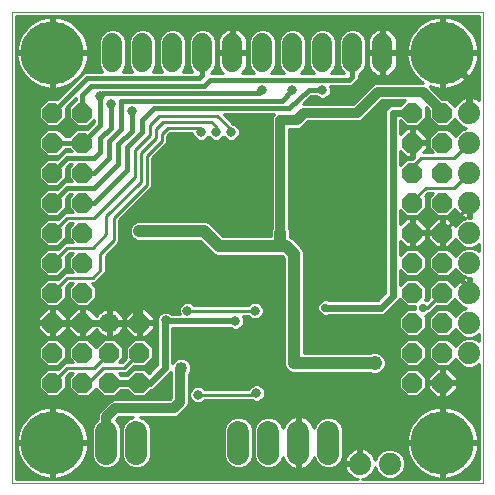
<source format=gbr>
G75*
%MOIN*%
%OFA0B0*%
%FSLAX24Y24*%
%IPPOS*%
%LPD*%
%AMOC8*
5,1,8,0,0,1.08239X$1,22.5*
%
%ADD10C,0.0010*%
%ADD11OC8,0.0660*%
%ADD12C,0.2100*%
%ADD13C,0.0740*%
%ADD14C,0.0732*%
%ADD15C,0.0660*%
%ADD16C,0.0660*%
%ADD17C,0.0160*%
%ADD18C,0.0320*%
%ADD19C,0.0100*%
%ADD20C,0.0200*%
%ADD21C,0.0240*%
%ADD22C,0.0280*%
%ADD23C,0.0400*%
%ADD24C,0.0480*%
%ADD25C,0.0320*%
%ADD26C,0.0400*%
D10*
X000233Y000914D02*
X000233Y016614D01*
X015933Y016614D01*
X015933Y000914D01*
X000233Y000914D01*
D11*
X001583Y004264D03*
X001583Y005264D03*
X001583Y006264D03*
X001583Y007264D03*
X001583Y008264D03*
X001583Y009264D03*
X001583Y010264D03*
X001583Y011264D03*
X001583Y012264D03*
X001583Y013264D03*
X002583Y013264D03*
X002583Y012264D03*
X002583Y011264D03*
X002583Y010264D03*
X002583Y009264D03*
X002583Y008264D03*
X002583Y007264D03*
X002583Y006264D03*
X002583Y005264D03*
X003483Y005264D03*
X003483Y004264D03*
X002583Y004264D03*
X004483Y004264D03*
X004483Y005264D03*
X004483Y006264D03*
X013583Y006264D03*
X013583Y007264D03*
X013583Y008264D03*
X013583Y009264D03*
X013583Y010264D03*
X013583Y011264D03*
X013583Y012264D03*
X013583Y013264D03*
X014583Y013264D03*
X014583Y012264D03*
X014583Y011264D03*
X014583Y010264D03*
X014583Y009264D03*
X014583Y008264D03*
X014583Y007264D03*
X014583Y006264D03*
X014583Y005264D03*
X013583Y005264D03*
X013583Y004264D03*
X014583Y004264D03*
D12*
X014583Y002264D03*
X014583Y015264D03*
X001583Y015264D03*
X001583Y002264D03*
D13*
X011833Y001564D03*
X012833Y001564D03*
X015483Y005264D03*
X015483Y006264D03*
X015483Y007264D03*
X015483Y008264D03*
X015483Y009264D03*
X015483Y010264D03*
X015483Y011264D03*
X015483Y012264D03*
X015483Y013264D03*
D14*
X010783Y002630D02*
X010783Y001898D01*
X009783Y001898D02*
X009783Y002630D01*
X008783Y002630D02*
X008783Y001898D01*
X007783Y001898D02*
X007783Y002630D01*
X004383Y002630D02*
X004383Y001898D01*
X003383Y001898D02*
X003383Y002630D01*
D15*
X003483Y006264D03*
D16*
X003583Y014934D02*
X003583Y015594D01*
X004583Y015594D02*
X004583Y014934D01*
X005583Y014934D02*
X005583Y015594D01*
X006583Y015594D02*
X006583Y014934D01*
X007583Y014934D02*
X007583Y015594D01*
X008583Y015594D02*
X008583Y014934D01*
X009583Y014934D02*
X009583Y015594D01*
X010583Y015594D02*
X010583Y014934D01*
X011583Y014934D02*
X011583Y015594D01*
X012583Y015594D02*
X012583Y014934D01*
D17*
X011583Y015264D02*
X011583Y014464D01*
X011483Y014364D01*
X006833Y014364D01*
X006633Y014164D01*
X002883Y014164D01*
X002583Y013864D01*
X002583Y013264D01*
X003183Y012864D02*
X003183Y013814D01*
X003283Y013914D01*
X008483Y013914D01*
X008583Y014014D01*
X009233Y013664D02*
X009583Y014014D01*
X009233Y013664D02*
X003883Y013664D01*
X003883Y012714D01*
X003483Y012314D01*
X003483Y011764D01*
X002983Y011264D01*
X002583Y011264D01*
X002983Y011764D02*
X003183Y011964D01*
X003183Y012414D01*
X003533Y012764D01*
X003533Y013564D01*
X003183Y012864D02*
X002583Y012264D01*
X001583Y012264D01*
X002083Y011764D02*
X002983Y011764D01*
X003783Y011864D02*
X003783Y011564D01*
X002983Y010764D01*
X002083Y010764D01*
X001583Y010264D01*
X001583Y011264D02*
X002083Y011764D01*
X001583Y013264D02*
X002733Y014414D01*
X006483Y014414D01*
X006583Y014514D01*
X006583Y015264D01*
X004983Y013414D02*
X009483Y013414D01*
X010133Y014014D01*
X010583Y014014D01*
X013583Y009264D02*
X014033Y009264D01*
X014583Y009264D01*
X014083Y009214D02*
X014033Y009264D01*
X014083Y009214D02*
X014083Y007814D01*
X014133Y007764D01*
X015133Y007764D01*
X015483Y007414D01*
X015483Y007264D01*
X004983Y013414D02*
X004583Y013014D01*
X004583Y012614D01*
X004083Y012114D01*
X004083Y011364D01*
X002983Y010264D01*
X002583Y010264D01*
X003783Y011864D02*
X003783Y012214D01*
X004233Y012664D01*
X004233Y013314D01*
D18*
X004233Y013314D03*
X003533Y013564D03*
X003183Y013814D03*
X006533Y012614D03*
X007033Y012614D03*
X007533Y012614D03*
X008583Y014014D03*
X009583Y014014D03*
X010583Y014014D03*
X009183Y009264D03*
X008333Y006664D03*
X007683Y006314D03*
X006083Y006664D03*
X005360Y006340D03*
X005833Y003864D03*
X006433Y003864D03*
X008383Y003914D03*
X004483Y009314D03*
D19*
X004256Y009553D02*
X003813Y009553D01*
X003813Y009651D02*
X008893Y009651D01*
X008893Y009553D02*
X006861Y009553D01*
X006820Y009594D02*
X006699Y009644D01*
X004418Y009644D01*
X004296Y009594D01*
X004204Y009501D01*
X004153Y009379D01*
X004153Y009248D01*
X004204Y009127D01*
X004296Y009034D01*
X004418Y008984D01*
X006497Y008984D01*
X006854Y008627D01*
X006946Y008534D01*
X007068Y008484D01*
X009247Y008484D01*
X009303Y008427D01*
X009303Y004848D01*
X009354Y004727D01*
X009446Y004634D01*
X009568Y004584D01*
X012163Y004584D01*
X012260Y004544D01*
X012407Y004544D01*
X012543Y004600D01*
X012647Y004704D01*
X012703Y004840D01*
X012703Y004987D01*
X012647Y005123D01*
X012543Y005227D01*
X012407Y005284D01*
X012260Y005284D01*
X012163Y005244D01*
X009963Y005244D01*
X009963Y008629D01*
X009913Y008751D01*
X009663Y009001D01*
X009570Y009094D01*
X009513Y009117D01*
X009513Y009329D01*
X009473Y009426D01*
X009473Y012724D01*
X009791Y012724D01*
X009898Y012768D01*
X009979Y012849D01*
X010103Y012974D01*
X011791Y012974D01*
X011898Y013018D01*
X011979Y013099D01*
X012553Y013674D01*
X013343Y013674D01*
X013183Y013514D01*
X012884Y013514D01*
X012792Y013476D01*
X012721Y013405D01*
X012683Y013313D01*
X012683Y007267D01*
X012430Y007014D01*
X010785Y007014D01*
X010737Y007034D01*
X010630Y007034D01*
X010530Y006993D01*
X010454Y006917D01*
X010413Y006817D01*
X010413Y006710D01*
X010454Y006611D01*
X010530Y006535D01*
X010630Y006494D01*
X010737Y006494D01*
X010785Y006514D01*
X012583Y006514D01*
X012675Y006552D01*
X012745Y006622D01*
X013145Y007022D01*
X013154Y007043D01*
X013393Y006804D01*
X013663Y006804D01*
X013663Y006724D01*
X013393Y006724D01*
X013123Y006454D01*
X013123Y006073D01*
X013393Y005804D01*
X013774Y005804D01*
X014043Y006073D01*
X014043Y006454D01*
X013999Y006499D01*
X014086Y006535D01*
X014135Y006584D01*
X014158Y006584D01*
X014385Y006811D01*
X014393Y006804D01*
X014774Y006804D01*
X015013Y007042D01*
X015039Y006991D01*
X015087Y006925D01*
X015145Y006867D01*
X015211Y006819D01*
X015284Y006782D01*
X015362Y006757D01*
X015365Y006756D01*
X015200Y006688D01*
X015059Y006547D01*
X015028Y006470D01*
X014774Y006724D01*
X014393Y006724D01*
X014123Y006454D01*
X014123Y006073D01*
X014393Y005804D01*
X014774Y005804D01*
X015028Y006057D01*
X015059Y005981D01*
X015200Y005840D01*
X015384Y005764D01*
X015583Y005764D01*
X015767Y005840D01*
X015798Y005872D01*
X015798Y005656D01*
X015767Y005688D01*
X015583Y005764D01*
X015384Y005764D01*
X015200Y005688D01*
X015059Y005547D01*
X015028Y005470D01*
X014774Y005724D01*
X014393Y005724D01*
X014123Y005454D01*
X014123Y005073D01*
X014393Y004804D01*
X014774Y004804D01*
X015028Y005057D01*
X015059Y004981D01*
X015200Y004840D01*
X015384Y004764D01*
X015583Y004764D01*
X015767Y004840D01*
X015798Y004872D01*
X015798Y001049D01*
X011906Y001049D01*
X011955Y001057D01*
X012033Y001082D01*
X012106Y001119D01*
X012172Y001167D01*
X012230Y001225D01*
X012278Y001291D01*
X012315Y001364D01*
X012341Y001442D01*
X012341Y001446D01*
X012409Y001281D01*
X012550Y001140D01*
X012734Y001064D01*
X012933Y001064D01*
X013117Y001140D01*
X013257Y001281D01*
X013333Y001464D01*
X013333Y001663D01*
X013257Y001847D01*
X013117Y001988D01*
X012933Y002064D01*
X012734Y002064D01*
X012550Y001988D01*
X012409Y001847D01*
X012341Y001682D01*
X012341Y001686D01*
X012315Y001763D01*
X012278Y001836D01*
X012230Y001903D01*
X012172Y001960D01*
X012106Y002008D01*
X012033Y002046D01*
X011955Y002071D01*
X011883Y002082D01*
X011883Y001614D01*
X011783Y001614D01*
X011783Y001514D01*
X011315Y001514D01*
X011326Y001442D01*
X011351Y001364D01*
X011389Y001291D01*
X011437Y001225D01*
X011495Y001167D01*
X011561Y001119D01*
X011634Y001082D01*
X001797Y001082D01*
X001785Y001079D02*
X001916Y001109D01*
X002043Y001153D01*
X002165Y001212D01*
X002279Y001284D01*
X002384Y001368D01*
X002480Y001463D01*
X002564Y001568D01*
X002635Y001682D01*
X002694Y001804D01*
X002738Y001931D01*
X002768Y002062D01*
X002783Y002196D01*
X002783Y002214D01*
X001633Y002214D01*
X001633Y001064D01*
X001651Y001064D01*
X001785Y001079D01*
X001633Y001082D02*
X001533Y001082D01*
X001533Y001064D02*
X001533Y002214D01*
X000383Y002214D01*
X000383Y002196D01*
X000398Y002062D01*
X000428Y001931D01*
X000473Y001804D01*
X000531Y001682D01*
X000603Y001568D01*
X000687Y001463D01*
X000782Y001368D01*
X000888Y001284D01*
X001002Y001212D01*
X001123Y001153D01*
X001251Y001109D01*
X001382Y001079D01*
X001516Y001064D01*
X001533Y001064D01*
X001533Y001180D02*
X001633Y001180D01*
X001633Y001279D02*
X001533Y001279D01*
X001533Y001377D02*
X001633Y001377D01*
X001633Y001476D02*
X001533Y001476D01*
X001533Y001574D02*
X001633Y001574D01*
X001633Y001673D02*
X001533Y001673D01*
X001533Y001771D02*
X001633Y001771D01*
X001633Y001870D02*
X001533Y001870D01*
X001533Y001968D02*
X001633Y001968D01*
X001633Y002067D02*
X001533Y002067D01*
X001533Y002165D02*
X001633Y002165D01*
X001633Y002214D02*
X001533Y002214D01*
X001533Y002314D01*
X000383Y002314D01*
X000383Y002331D01*
X000398Y002465D01*
X000428Y002596D01*
X000473Y002724D01*
X000531Y002845D01*
X000603Y002959D01*
X000687Y003065D01*
X000782Y003160D01*
X000888Y003244D01*
X001002Y003316D01*
X001123Y003374D01*
X001251Y003419D01*
X001382Y003449D01*
X001516Y003464D01*
X001533Y003464D01*
X001533Y002314D01*
X001633Y002314D01*
X001633Y003464D01*
X001651Y003464D01*
X001785Y003449D01*
X001916Y003419D01*
X002043Y003374D01*
X002165Y003316D01*
X002279Y003244D01*
X002384Y003160D01*
X002480Y003065D01*
X002564Y002959D01*
X002635Y002845D01*
X002694Y002724D01*
X002738Y002596D01*
X002768Y002465D01*
X002783Y002331D01*
X002783Y002314D01*
X001633Y002314D01*
X001633Y002214D01*
X001633Y002264D02*
X002887Y002264D01*
X002887Y002362D02*
X002780Y002362D01*
X002769Y002461D02*
X002887Y002461D01*
X002887Y002559D02*
X002747Y002559D01*
X002717Y002658D02*
X002887Y002658D01*
X002887Y002729D02*
X002963Y002911D01*
X003093Y003042D01*
X003093Y003171D01*
X003137Y003278D01*
X003437Y003578D01*
X003519Y003660D01*
X003626Y003704D01*
X005513Y003704D01*
X005543Y003734D01*
X005543Y004620D01*
X005475Y004552D01*
X004975Y004052D01*
X004884Y004014D01*
X004674Y003804D01*
X004293Y003804D01*
X004083Y004014D01*
X003884Y004014D01*
X003674Y003804D01*
X003293Y003804D01*
X003033Y004063D01*
X002774Y003804D01*
X002393Y003804D01*
X002123Y004073D01*
X002123Y004454D01*
X002253Y004584D01*
X002158Y004584D01*
X002036Y004462D01*
X002043Y004454D01*
X002043Y004073D01*
X001774Y003804D01*
X001393Y003804D01*
X001123Y004073D01*
X001123Y004454D01*
X001393Y004724D01*
X001774Y004724D01*
X001781Y004716D01*
X002009Y004944D01*
X002253Y004944D01*
X002123Y005073D01*
X002123Y005454D01*
X002393Y005724D01*
X002774Y005724D01*
X003033Y005464D01*
X003293Y005724D01*
X003674Y005724D01*
X003943Y005454D01*
X003943Y005073D01*
X003814Y004944D01*
X003909Y004944D01*
X004031Y005066D01*
X004023Y005073D01*
X004023Y005454D01*
X004293Y005724D01*
X004674Y005724D01*
X004943Y005454D01*
X004943Y005073D01*
X004674Y004804D01*
X004293Y004804D01*
X004285Y004811D01*
X004058Y004584D01*
X003814Y004584D01*
X003884Y004514D01*
X004083Y004514D01*
X004293Y004724D01*
X004674Y004724D01*
X004807Y004591D01*
X005083Y004867D01*
X005083Y006250D01*
X005070Y006282D01*
X005070Y006398D01*
X005114Y006504D01*
X005195Y006586D01*
X005302Y006630D01*
X005417Y006630D01*
X005524Y006586D01*
X005566Y006544D01*
X005819Y006544D01*
X005793Y006606D01*
X005793Y006721D01*
X005837Y006828D01*
X005919Y006910D01*
X006026Y006954D01*
X006141Y006954D01*
X006248Y006910D01*
X006313Y006844D01*
X008103Y006844D01*
X008169Y006910D01*
X008276Y006954D01*
X008391Y006954D01*
X008498Y006910D01*
X008579Y006828D01*
X008623Y006721D01*
X008623Y006606D01*
X008579Y006499D01*
X009303Y006499D01*
X009303Y006401D02*
X008456Y006401D01*
X008498Y006418D02*
X008579Y006499D01*
X008620Y006598D02*
X009303Y006598D01*
X009303Y006696D02*
X008623Y006696D01*
X008593Y006795D02*
X009303Y006795D01*
X009303Y006893D02*
X008514Y006893D01*
X008333Y006664D02*
X006083Y006664D01*
X005824Y006795D02*
X000368Y006795D01*
X000368Y006893D02*
X001303Y006893D01*
X001393Y006804D02*
X001774Y006804D01*
X002043Y007073D01*
X002043Y007454D01*
X002036Y007462D01*
X002158Y007584D01*
X002253Y007584D01*
X002123Y007454D01*
X002123Y007073D01*
X002393Y006804D01*
X002774Y006804D01*
X003043Y007073D01*
X003043Y007454D01*
X002914Y007584D01*
X003008Y007584D01*
X003113Y007689D01*
X003363Y007939D01*
X003363Y008489D01*
X003813Y008939D01*
X003813Y009689D01*
X004913Y010789D01*
X004913Y011739D01*
X005413Y012239D01*
X005413Y012489D01*
X005508Y012584D01*
X006243Y012584D01*
X006243Y012556D01*
X006287Y012449D01*
X006369Y012368D01*
X006476Y012324D01*
X006591Y012324D01*
X006698Y012368D01*
X006779Y012449D01*
X006783Y012460D01*
X006787Y012449D01*
X006869Y012368D01*
X006976Y012324D01*
X007091Y012324D01*
X007198Y012368D01*
X007279Y012449D01*
X007283Y012460D01*
X007287Y012449D01*
X007369Y012368D01*
X007476Y012324D01*
X007591Y012324D01*
X007698Y012368D01*
X007779Y012449D01*
X007823Y012556D01*
X007823Y012671D01*
X007779Y012778D01*
X007698Y012860D01*
X007603Y012899D01*
X007298Y013204D01*
X008963Y013204D01*
X008937Y013178D01*
X008893Y013071D01*
X008893Y009426D01*
X008853Y009329D01*
X008853Y009144D01*
X007270Y009144D01*
X006820Y009594D01*
X006960Y009454D02*
X008893Y009454D01*
X008864Y009356D02*
X007058Y009356D01*
X007157Y009257D02*
X008853Y009257D01*
X008853Y009159D02*
X007255Y009159D01*
X006814Y008666D02*
X003540Y008666D01*
X003442Y008568D02*
X006913Y008568D01*
X006716Y008765D02*
X003639Y008765D01*
X003737Y008863D02*
X006617Y008863D01*
X006519Y008962D02*
X003813Y008962D01*
X003813Y009060D02*
X004270Y009060D01*
X004190Y009159D02*
X003813Y009159D01*
X003813Y009257D02*
X004153Y009257D01*
X004153Y009356D02*
X003813Y009356D01*
X003813Y009454D02*
X004184Y009454D01*
X003874Y009750D02*
X008893Y009750D01*
X008893Y009848D02*
X003972Y009848D01*
X004071Y009947D02*
X008893Y009947D01*
X008893Y010045D02*
X004169Y010045D01*
X004268Y010144D02*
X008893Y010144D01*
X008893Y010242D02*
X004366Y010242D01*
X004465Y010341D02*
X008893Y010341D01*
X008893Y010439D02*
X004563Y010439D01*
X004662Y010538D02*
X008893Y010538D01*
X008893Y010636D02*
X004760Y010636D01*
X004859Y010735D02*
X008893Y010735D01*
X008893Y010833D02*
X004913Y010833D01*
X004913Y010932D02*
X008893Y010932D01*
X008893Y011030D02*
X004913Y011030D01*
X004913Y011129D02*
X008893Y011129D01*
X008893Y011227D02*
X004913Y011227D01*
X004913Y011326D02*
X008893Y011326D01*
X008893Y011424D02*
X004913Y011424D01*
X004913Y011523D02*
X008893Y011523D01*
X008893Y011621D02*
X004913Y011621D01*
X004913Y011720D02*
X008893Y011720D01*
X008893Y011818D02*
X004992Y011818D01*
X005091Y011917D02*
X008893Y011917D01*
X008893Y012015D02*
X005189Y012015D01*
X005288Y012114D02*
X008893Y012114D01*
X008893Y012212D02*
X005386Y012212D01*
X005413Y012311D02*
X008893Y012311D01*
X008893Y012409D02*
X007739Y012409D01*
X007803Y012508D02*
X008893Y012508D01*
X008893Y012606D02*
X007823Y012606D01*
X007810Y012705D02*
X008893Y012705D01*
X008893Y012803D02*
X007754Y012803D01*
X007600Y012902D02*
X008893Y012902D01*
X008893Y013000D02*
X007501Y013000D01*
X007403Y013099D02*
X008905Y013099D01*
X008957Y013197D02*
X007304Y013197D01*
X007083Y013164D02*
X005133Y013164D01*
X004833Y012864D01*
X004833Y012514D01*
X004333Y012014D01*
X004333Y011114D01*
X002983Y009764D01*
X002083Y009764D01*
X001583Y009264D01*
X001235Y008962D02*
X000368Y008962D01*
X000368Y009060D02*
X001136Y009060D01*
X001123Y009073D02*
X001393Y008804D01*
X001774Y008804D01*
X002043Y009073D01*
X002043Y009454D01*
X002123Y009454D01*
X002123Y009073D01*
X002253Y008944D01*
X002009Y008944D01*
X001781Y008716D01*
X001774Y008724D01*
X001393Y008724D01*
X001123Y008454D01*
X001123Y008073D01*
X001393Y007804D01*
X001774Y007804D01*
X002043Y008073D01*
X002043Y008454D01*
X002036Y008462D01*
X002158Y008584D01*
X002253Y008584D01*
X002123Y008454D01*
X002123Y008073D01*
X002253Y007944D01*
X002009Y007944D01*
X001781Y007716D01*
X001774Y007724D01*
X001393Y007724D01*
X001123Y007454D01*
X001123Y007073D01*
X001393Y006804D01*
X001385Y006744D02*
X001103Y006463D01*
X001103Y006314D01*
X001533Y006314D01*
X001533Y006214D01*
X001103Y006214D01*
X001103Y006065D01*
X001385Y005784D01*
X001533Y005784D01*
X001533Y006214D01*
X001633Y006214D01*
X001633Y005784D01*
X001782Y005784D01*
X002063Y006065D01*
X002063Y006214D01*
X001633Y006214D01*
X001633Y006314D01*
X001533Y006314D01*
X001533Y006744D01*
X001385Y006744D01*
X001337Y006696D02*
X000368Y006696D01*
X000368Y006598D02*
X001239Y006598D01*
X001140Y006499D02*
X000368Y006499D01*
X000368Y006401D02*
X001103Y006401D01*
X001103Y006204D02*
X000368Y006204D01*
X000368Y006302D02*
X001533Y006302D01*
X001533Y006204D02*
X001633Y006204D01*
X001633Y006302D02*
X002533Y006302D01*
X002533Y006314D02*
X002533Y006214D01*
X002103Y006214D01*
X002103Y006065D01*
X002385Y005784D01*
X002533Y005784D01*
X002533Y006214D01*
X002633Y006214D01*
X002633Y005784D01*
X002782Y005784D01*
X003052Y006053D01*
X003073Y006012D01*
X003117Y005951D01*
X003171Y005898D01*
X003232Y005853D01*
X003299Y005819D01*
X003371Y005796D01*
X003433Y005786D01*
X003433Y006214D01*
X003005Y006214D01*
X002633Y006214D01*
X002633Y006314D01*
X002533Y006314D01*
X002103Y006314D01*
X002103Y006463D01*
X002385Y006744D01*
X002533Y006744D01*
X002533Y006314D01*
X002533Y006401D02*
X002633Y006401D01*
X002633Y006314D02*
X002633Y006744D01*
X002782Y006744D01*
X003052Y006474D01*
X003073Y006515D01*
X003117Y006576D01*
X003171Y006630D01*
X003232Y006674D01*
X003299Y006709D01*
X003371Y006732D01*
X003433Y006742D01*
X003433Y006314D01*
X003433Y006214D01*
X003533Y006214D01*
X003533Y005786D01*
X003596Y005796D01*
X003668Y005819D01*
X003735Y005853D01*
X003796Y005898D01*
X003849Y005951D01*
X003894Y006012D01*
X003928Y006079D01*
X003952Y006151D01*
X003961Y006214D01*
X003533Y006214D01*
X003533Y006314D01*
X003433Y006314D01*
X002633Y006314D01*
X002633Y006302D02*
X003433Y006302D01*
X003433Y006204D02*
X003533Y006204D01*
X003533Y006302D02*
X004433Y006302D01*
X004433Y006314D02*
X004433Y006214D01*
X004003Y006214D01*
X004003Y006065D01*
X004285Y005784D01*
X004433Y005784D01*
X004433Y006214D01*
X004533Y006214D01*
X004533Y005784D01*
X004682Y005784D01*
X004963Y006065D01*
X004963Y006214D01*
X004533Y006214D01*
X004533Y006314D01*
X004433Y006314D01*
X004003Y006314D01*
X004003Y006463D01*
X004285Y006744D01*
X004433Y006744D01*
X004433Y006314D01*
X004433Y006401D02*
X004533Y006401D01*
X004533Y006314D02*
X004533Y006744D01*
X004682Y006744D01*
X004963Y006463D01*
X004963Y006314D01*
X004533Y006314D01*
X004533Y006302D02*
X005070Y006302D01*
X005071Y006401D02*
X004963Y006401D01*
X004927Y006499D02*
X005112Y006499D01*
X005224Y006598D02*
X004828Y006598D01*
X004730Y006696D02*
X005793Y006696D01*
X005797Y006598D02*
X005496Y006598D01*
X005903Y006893D02*
X002863Y006893D01*
X002962Y006992D02*
X009303Y006992D01*
X009303Y007090D02*
X003043Y007090D01*
X003043Y007189D02*
X009303Y007189D01*
X009303Y007287D02*
X003043Y007287D01*
X003043Y007386D02*
X009303Y007386D01*
X009303Y007484D02*
X003013Y007484D01*
X002915Y007583D02*
X009303Y007583D01*
X009303Y007681D02*
X003105Y007681D01*
X003204Y007780D02*
X009303Y007780D01*
X009303Y007878D02*
X003302Y007878D01*
X003363Y007977D02*
X009303Y007977D01*
X009303Y008075D02*
X003363Y008075D01*
X003363Y008174D02*
X009303Y008174D01*
X009303Y008272D02*
X003363Y008272D01*
X003363Y008371D02*
X009303Y008371D01*
X009261Y008469D02*
X003363Y008469D01*
X003183Y008564D02*
X003183Y008014D01*
X002933Y007764D01*
X002083Y007764D01*
X001583Y007264D01*
X001252Y007583D02*
X000368Y007583D01*
X000368Y007681D02*
X001350Y007681D01*
X001318Y007878D02*
X000368Y007878D01*
X000368Y007780D02*
X001845Y007780D01*
X001848Y007878D02*
X001943Y007878D01*
X001947Y007977D02*
X002220Y007977D01*
X002123Y008075D02*
X002043Y008075D01*
X002043Y008174D02*
X002123Y008174D01*
X002123Y008272D02*
X002043Y008272D01*
X002043Y008371D02*
X002123Y008371D01*
X002138Y008469D02*
X002043Y008469D01*
X002142Y008568D02*
X002237Y008568D01*
X002083Y008764D02*
X001583Y008264D01*
X001237Y008568D02*
X000368Y008568D01*
X000368Y008666D02*
X001335Y008666D01*
X001333Y008863D02*
X000368Y008863D01*
X000368Y008765D02*
X001830Y008765D01*
X001833Y008863D02*
X001928Y008863D01*
X001932Y008962D02*
X002235Y008962D01*
X002136Y009060D02*
X002030Y009060D01*
X002043Y009159D02*
X002123Y009159D01*
X002123Y009257D02*
X002043Y009257D01*
X002043Y009356D02*
X002123Y009356D01*
X002123Y009454D02*
X002253Y009584D01*
X002158Y009584D01*
X002036Y009462D01*
X002043Y009454D01*
X002127Y009553D02*
X002222Y009553D01*
X001913Y009848D02*
X001818Y009848D01*
X001774Y009804D02*
X002043Y010073D01*
X002043Y010427D01*
X002170Y010554D01*
X002223Y010554D01*
X002123Y010454D01*
X002123Y010073D01*
X002253Y009944D01*
X002009Y009944D01*
X001781Y009716D01*
X001774Y009724D01*
X001393Y009724D01*
X001123Y009454D01*
X000368Y009454D01*
X000368Y009356D02*
X001123Y009356D01*
X001123Y009454D02*
X001123Y009073D01*
X001123Y009159D02*
X000368Y009159D01*
X000368Y009257D02*
X001123Y009257D01*
X001222Y009553D02*
X000368Y009553D01*
X000368Y009651D02*
X001320Y009651D01*
X001393Y009804D02*
X001774Y009804D01*
X001815Y009750D02*
X000368Y009750D01*
X000368Y009848D02*
X001348Y009848D01*
X001393Y009804D02*
X001123Y010073D01*
X001123Y010454D01*
X001393Y010724D01*
X001746Y010724D01*
X001873Y010851D01*
X001996Y010974D01*
X002223Y010974D01*
X002123Y011073D01*
X002123Y011454D01*
X002223Y011554D01*
X002170Y011554D01*
X002043Y011427D01*
X002043Y011073D01*
X001774Y010804D01*
X001393Y010804D01*
X001123Y011073D01*
X001123Y011454D01*
X001393Y011724D01*
X001746Y011724D01*
X001873Y011851D01*
X001996Y011974D01*
X002223Y011974D01*
X002143Y012054D01*
X002024Y012054D01*
X001774Y011804D01*
X001393Y011804D01*
X001123Y012073D01*
X001123Y012454D01*
X001393Y012724D01*
X001774Y012724D01*
X002024Y012474D01*
X002143Y012474D01*
X002393Y012724D01*
X002746Y012724D01*
X002973Y012951D01*
X002973Y013003D01*
X002774Y012804D01*
X002393Y012804D01*
X002123Y013073D01*
X002123Y013454D01*
X002373Y013704D01*
X002373Y013757D01*
X002043Y013427D01*
X002043Y013073D01*
X001774Y012804D01*
X001393Y012804D01*
X001123Y013073D01*
X001123Y013454D01*
X001393Y013724D01*
X001746Y013724D01*
X002523Y014501D01*
X002646Y014624D01*
X003243Y014624D01*
X003193Y014673D01*
X003123Y014842D01*
X003123Y015685D01*
X003193Y015854D01*
X003323Y015984D01*
X003492Y016054D01*
X003675Y016054D01*
X003844Y015984D01*
X003973Y015854D01*
X004043Y015685D01*
X004043Y014842D01*
X003973Y014673D01*
X003924Y014624D01*
X004243Y014624D01*
X004193Y014673D01*
X004123Y014842D01*
X004123Y015685D01*
X004193Y015854D01*
X004323Y015984D01*
X004492Y016054D01*
X004675Y016054D01*
X004844Y015984D01*
X004973Y015854D01*
X005043Y015685D01*
X005043Y014842D01*
X004973Y014673D01*
X004924Y014624D01*
X005243Y014624D01*
X005193Y014673D01*
X005123Y014842D01*
X005123Y015685D01*
X005193Y015854D01*
X005323Y015984D01*
X005492Y016054D01*
X005675Y016054D01*
X005844Y015984D01*
X005973Y015854D01*
X006043Y015685D01*
X006043Y014842D01*
X005973Y014673D01*
X005924Y014624D01*
X006243Y014624D01*
X006193Y014673D01*
X006123Y014842D01*
X006123Y015685D01*
X006193Y015854D01*
X006323Y015984D01*
X006492Y016054D01*
X006675Y016054D01*
X006844Y015984D01*
X006973Y015854D01*
X007043Y015685D01*
X007043Y014842D01*
X006973Y014673D01*
X006874Y014574D01*
X007265Y014574D01*
X007217Y014621D01*
X007173Y014682D01*
X007138Y014749D01*
X007115Y014821D01*
X007103Y014896D01*
X007103Y015214D01*
X007533Y015214D01*
X007533Y015314D01*
X007103Y015314D01*
X007103Y015632D01*
X007115Y015706D01*
X007138Y015778D01*
X007173Y015845D01*
X007217Y015906D01*
X007271Y015960D01*
X007332Y016004D01*
X007399Y016039D01*
X007471Y016062D01*
X007533Y016072D01*
X007533Y015314D01*
X007633Y015314D01*
X007633Y016072D01*
X007696Y016062D01*
X007768Y016039D01*
X007835Y016004D01*
X007896Y015960D01*
X007949Y015906D01*
X007994Y015845D01*
X008028Y015778D01*
X008052Y015706D01*
X008063Y015632D01*
X008063Y015314D01*
X007633Y015314D01*
X007633Y015214D01*
X008063Y015214D01*
X008063Y014896D01*
X008052Y014821D01*
X008028Y014749D01*
X007994Y014682D01*
X007949Y014621D01*
X007902Y014574D01*
X008293Y014574D01*
X008193Y014673D01*
X008123Y014842D01*
X008123Y015685D01*
X008193Y015854D01*
X008323Y015984D01*
X008492Y016054D01*
X008675Y016054D01*
X008844Y015984D01*
X008973Y015854D01*
X009043Y015685D01*
X009043Y014842D01*
X008973Y014673D01*
X008874Y014574D01*
X009293Y014574D01*
X009193Y014673D01*
X009123Y014842D01*
X009123Y015685D01*
X009193Y015854D01*
X009323Y015984D01*
X009492Y016054D01*
X009675Y016054D01*
X009844Y015984D01*
X009973Y015854D01*
X010043Y015685D01*
X010043Y014842D01*
X009973Y014673D01*
X009874Y014574D01*
X010293Y014574D01*
X010193Y014673D01*
X010123Y014842D01*
X010123Y015685D01*
X010193Y015854D01*
X010323Y015984D01*
X010492Y016054D01*
X010675Y016054D01*
X010844Y015984D01*
X010973Y015854D01*
X011043Y015685D01*
X011043Y014842D01*
X010973Y014673D01*
X010874Y014574D01*
X011293Y014574D01*
X011193Y014673D01*
X011123Y014842D01*
X011123Y015685D01*
X011193Y015854D01*
X011323Y015984D01*
X011492Y016054D01*
X011675Y016054D01*
X011844Y015984D01*
X011973Y015854D01*
X012043Y015685D01*
X012043Y014842D01*
X011973Y014673D01*
X011844Y014544D01*
X011793Y014523D01*
X011793Y014377D01*
X011670Y014254D01*
X011570Y014154D01*
X010839Y014154D01*
X010873Y014071D01*
X010873Y013956D01*
X010829Y013849D01*
X010748Y013768D01*
X010641Y013724D01*
X010526Y013724D01*
X010419Y013768D01*
X010383Y013804D01*
X010215Y013804D01*
X009945Y013554D01*
X011613Y013554D01*
X012269Y014210D01*
X012376Y014254D01*
X013935Y014254D01*
X013888Y014284D01*
X013782Y014368D01*
X013687Y014463D01*
X013603Y014568D01*
X013531Y014682D01*
X013473Y014804D01*
X013428Y014931D01*
X013398Y015062D01*
X013383Y015196D01*
X013383Y015214D01*
X014533Y015214D01*
X014533Y015314D01*
X013383Y015314D01*
X013383Y015331D01*
X013398Y015465D01*
X013428Y015596D01*
X013473Y015724D01*
X013531Y015845D01*
X013603Y015959D01*
X013687Y016065D01*
X013782Y016160D01*
X013888Y016244D01*
X014002Y016316D01*
X014123Y016374D01*
X014251Y016419D01*
X014382Y016449D01*
X014516Y016464D01*
X014533Y016464D01*
X014533Y015314D01*
X014633Y015314D01*
X014633Y016464D01*
X014651Y016464D01*
X014785Y016449D01*
X014916Y016419D01*
X015043Y016374D01*
X015165Y016316D01*
X015279Y016244D01*
X015384Y016160D01*
X015480Y016065D01*
X015564Y015959D01*
X015635Y015845D01*
X015694Y015724D01*
X015738Y015596D01*
X015768Y015465D01*
X015783Y015331D01*
X015783Y015314D01*
X014633Y015314D01*
X014633Y015214D01*
X014633Y014064D01*
X014651Y014064D01*
X014785Y014079D01*
X014916Y014109D01*
X015043Y014153D01*
X015165Y014212D01*
X015279Y014284D01*
X015384Y014368D01*
X015480Y014463D01*
X015564Y014568D01*
X015635Y014682D01*
X015694Y014804D01*
X015738Y014931D01*
X015768Y015062D01*
X015783Y015196D01*
X015783Y015214D01*
X014633Y015214D01*
X014533Y015214D01*
X014533Y014064D01*
X014516Y014064D01*
X014382Y014079D01*
X014251Y014109D01*
X014170Y014137D01*
X014179Y014128D01*
X014583Y013724D01*
X014774Y013724D01*
X015013Y013485D01*
X015039Y013536D01*
X015087Y013603D01*
X015145Y013660D01*
X015211Y013708D01*
X015284Y013746D01*
X015362Y013771D01*
X015433Y013782D01*
X015433Y013314D01*
X015533Y013314D01*
X015533Y013782D01*
X015605Y013771D01*
X015683Y013746D01*
X015756Y013708D01*
X015798Y013678D01*
X015798Y016479D01*
X000368Y016479D01*
X000368Y001049D01*
X011761Y001049D01*
X011712Y001057D01*
X011634Y001082D01*
X011481Y001180D02*
X002099Y001180D01*
X002271Y001279D02*
X011398Y001279D01*
X011347Y001377D02*
X002394Y001377D01*
X002490Y001476D02*
X003105Y001476D01*
X003102Y001477D02*
X003285Y001401D01*
X003482Y001401D01*
X003664Y001477D01*
X003804Y001616D01*
X003880Y001799D01*
X003880Y002729D01*
X003804Y002911D01*
X003697Y003018D01*
X003803Y003124D01*
X004279Y003124D01*
X004102Y003051D01*
X003963Y002911D01*
X003887Y002729D01*
X003887Y001799D01*
X003963Y001616D01*
X004102Y001477D01*
X004285Y001401D01*
X004482Y001401D01*
X004664Y001477D01*
X004804Y001616D01*
X004880Y001799D01*
X004880Y002729D01*
X004804Y002911D01*
X004664Y003051D01*
X004488Y003124D01*
X005691Y003124D01*
X005798Y003168D01*
X005998Y003368D01*
X006079Y003449D01*
X006123Y003556D01*
X006123Y004537D01*
X006163Y004577D01*
X006213Y004698D01*
X006213Y004829D01*
X006163Y004951D01*
X006070Y005044D01*
X005949Y005094D01*
X005818Y005094D01*
X005696Y005044D01*
X005604Y004951D01*
X005583Y004902D01*
X005583Y006084D01*
X007503Y006084D01*
X007519Y006068D01*
X007626Y006024D01*
X007741Y006024D01*
X007848Y006068D01*
X007929Y006149D01*
X007973Y006256D01*
X007973Y006371D01*
X007929Y006478D01*
X007923Y006484D01*
X008103Y006484D01*
X008169Y006418D01*
X008276Y006374D01*
X008391Y006374D01*
X008498Y006418D01*
X008210Y006401D02*
X007961Y006401D01*
X007973Y006302D02*
X009303Y006302D01*
X009303Y006204D02*
X007952Y006204D01*
X007885Y006105D02*
X009303Y006105D01*
X009303Y006007D02*
X005583Y006007D01*
X005583Y005908D02*
X009303Y005908D01*
X009303Y005810D02*
X005583Y005810D01*
X005583Y005711D02*
X009303Y005711D01*
X009303Y005613D02*
X005583Y005613D01*
X005583Y005514D02*
X009303Y005514D01*
X009303Y005416D02*
X005583Y005416D01*
X005583Y005317D02*
X009303Y005317D01*
X009303Y005219D02*
X005583Y005219D01*
X005583Y005120D02*
X009303Y005120D01*
X009303Y005022D02*
X006092Y005022D01*
X006174Y004923D02*
X009303Y004923D01*
X009313Y004825D02*
X006213Y004825D01*
X006213Y004726D02*
X009354Y004726D01*
X009461Y004628D02*
X006184Y004628D01*
X006123Y004529D02*
X013198Y004529D01*
X013123Y004454D02*
X013123Y004073D01*
X013393Y003804D01*
X013774Y003804D01*
X014043Y004073D01*
X014043Y004454D01*
X013774Y004724D01*
X013393Y004724D01*
X013123Y004454D01*
X013123Y004431D02*
X006123Y004431D01*
X006123Y004332D02*
X013123Y004332D01*
X013123Y004234D02*
X006123Y004234D01*
X006123Y004135D02*
X006331Y004135D01*
X006376Y004154D02*
X006269Y004110D01*
X006187Y004028D01*
X006143Y003921D01*
X006143Y003806D01*
X006187Y003699D01*
X006269Y003618D01*
X006376Y003574D01*
X006491Y003574D01*
X006598Y003618D01*
X006663Y003684D01*
X008203Y003684D01*
X008219Y003668D01*
X008326Y003624D01*
X008441Y003624D01*
X008548Y003668D01*
X008629Y003749D01*
X008673Y003856D01*
X008673Y003971D01*
X008629Y004078D01*
X008548Y004160D01*
X008441Y004204D01*
X008326Y004204D01*
X008219Y004160D01*
X008137Y004078D01*
X008123Y004044D01*
X006663Y004044D01*
X006598Y004110D01*
X006491Y004154D01*
X006376Y004154D01*
X006536Y004135D02*
X008195Y004135D01*
X008383Y003914D02*
X008333Y003864D01*
X006433Y003864D01*
X006170Y003741D02*
X006123Y003741D01*
X006123Y003643D02*
X006244Y003643D01*
X006118Y003544D02*
X015798Y003544D01*
X015798Y003446D02*
X014797Y003446D01*
X014785Y003449D02*
X014651Y003464D01*
X014633Y003464D01*
X014633Y002314D01*
X014533Y002314D01*
X014533Y002214D01*
X013383Y002214D01*
X013383Y002196D01*
X013398Y002062D01*
X013428Y001931D01*
X013473Y001804D01*
X013531Y001682D01*
X013603Y001568D01*
X013687Y001463D01*
X013782Y001368D01*
X013888Y001284D01*
X014002Y001212D01*
X014123Y001153D01*
X014251Y001109D01*
X014382Y001079D01*
X014516Y001064D01*
X014533Y001064D01*
X014533Y002214D01*
X014633Y002214D01*
X014633Y001064D01*
X014651Y001064D01*
X014785Y001079D01*
X014916Y001109D01*
X015043Y001153D01*
X015165Y001212D01*
X015279Y001284D01*
X015384Y001368D01*
X015480Y001463D01*
X015564Y001568D01*
X015635Y001682D01*
X015694Y001804D01*
X015738Y001931D01*
X015768Y002062D01*
X015783Y002196D01*
X015783Y002214D01*
X014633Y002214D01*
X014633Y002314D01*
X015783Y002314D01*
X015783Y002331D01*
X015768Y002465D01*
X015738Y002596D01*
X015694Y002724D01*
X015635Y002845D01*
X015564Y002959D01*
X015480Y003065D01*
X015384Y003160D01*
X015279Y003244D01*
X015165Y003316D01*
X015043Y003374D01*
X014916Y003419D01*
X014785Y003449D01*
X014633Y003446D02*
X014533Y003446D01*
X014533Y003464D02*
X014516Y003464D01*
X014382Y003449D01*
X014251Y003419D01*
X014123Y003374D01*
X014002Y003316D01*
X013888Y003244D01*
X013782Y003160D01*
X013687Y003065D01*
X013603Y002959D01*
X013531Y002845D01*
X013473Y002724D01*
X013428Y002596D01*
X013398Y002465D01*
X013383Y002331D01*
X013383Y002314D01*
X014533Y002314D01*
X014533Y003464D01*
X014533Y003347D02*
X014633Y003347D01*
X014633Y003249D02*
X014533Y003249D01*
X014533Y003150D02*
X014633Y003150D01*
X014633Y003052D02*
X014533Y003052D01*
X014533Y002953D02*
X014633Y002953D01*
X014633Y002855D02*
X014533Y002855D01*
X014533Y002756D02*
X014633Y002756D01*
X014633Y002658D02*
X014533Y002658D01*
X014533Y002559D02*
X014633Y002559D01*
X014633Y002461D02*
X014533Y002461D01*
X014533Y002362D02*
X014633Y002362D01*
X014633Y002264D02*
X015798Y002264D01*
X015798Y002362D02*
X015780Y002362D01*
X015769Y002461D02*
X015798Y002461D01*
X015798Y002559D02*
X015747Y002559D01*
X015717Y002658D02*
X015798Y002658D01*
X015798Y002756D02*
X015678Y002756D01*
X015629Y002855D02*
X015798Y002855D01*
X015798Y002953D02*
X015567Y002953D01*
X015490Y003052D02*
X015798Y003052D01*
X015798Y003150D02*
X015394Y003150D01*
X015271Y003249D02*
X015798Y003249D01*
X015798Y003347D02*
X015099Y003347D01*
X014782Y003784D02*
X014633Y003784D01*
X014633Y004214D01*
X014533Y004214D01*
X014103Y004214D01*
X014103Y004065D01*
X014385Y003784D01*
X014533Y003784D01*
X014533Y004214D01*
X014533Y004314D01*
X014103Y004314D01*
X014103Y004463D01*
X014385Y004744D01*
X014533Y004744D01*
X014533Y004314D01*
X014633Y004314D01*
X014633Y004744D01*
X014782Y004744D01*
X015063Y004463D01*
X015063Y004314D01*
X014633Y004314D01*
X014633Y004214D01*
X015063Y004214D01*
X015063Y004065D01*
X014782Y003784D01*
X014838Y003840D02*
X015798Y003840D01*
X015798Y003938D02*
X014937Y003938D01*
X015035Y004037D02*
X015798Y004037D01*
X015798Y004135D02*
X015063Y004135D01*
X015063Y004332D02*
X015798Y004332D01*
X015798Y004234D02*
X014633Y004234D01*
X014633Y004332D02*
X014533Y004332D01*
X014533Y004234D02*
X014043Y004234D01*
X014043Y004332D02*
X014103Y004332D01*
X014103Y004431D02*
X014043Y004431D01*
X013968Y004529D02*
X014170Y004529D01*
X014269Y004628D02*
X013870Y004628D01*
X013774Y004804D02*
X014043Y005073D01*
X014043Y005454D01*
X013774Y005724D01*
X013393Y005724D01*
X013123Y005454D01*
X013123Y005073D01*
X013393Y004804D01*
X013774Y004804D01*
X013795Y004825D02*
X014372Y004825D01*
X014367Y004726D02*
X012656Y004726D01*
X012697Y004825D02*
X013372Y004825D01*
X013273Y004923D02*
X012703Y004923D01*
X012689Y005022D02*
X013175Y005022D01*
X013123Y005120D02*
X012648Y005120D01*
X012552Y005219D02*
X013123Y005219D01*
X013123Y005317D02*
X009963Y005317D01*
X009963Y005416D02*
X013123Y005416D01*
X013183Y005514D02*
X009963Y005514D01*
X009963Y005613D02*
X013282Y005613D01*
X013380Y005711D02*
X009963Y005711D01*
X009963Y005810D02*
X013387Y005810D01*
X013288Y005908D02*
X009963Y005908D01*
X009963Y006007D02*
X013190Y006007D01*
X013123Y006105D02*
X009963Y006105D01*
X009963Y006204D02*
X013123Y006204D01*
X013123Y006302D02*
X009963Y006302D01*
X009963Y006401D02*
X013123Y006401D01*
X013168Y006499D02*
X010750Y006499D01*
X010616Y006499D02*
X009963Y006499D01*
X009963Y006598D02*
X010467Y006598D01*
X010419Y006696D02*
X009963Y006696D01*
X009963Y006795D02*
X010413Y006795D01*
X010445Y006893D02*
X009963Y006893D01*
X009963Y006992D02*
X010530Y006992D01*
X009963Y007090D02*
X012506Y007090D01*
X012605Y007189D02*
X009963Y007189D01*
X009963Y007287D02*
X012683Y007287D01*
X012683Y007386D02*
X009963Y007386D01*
X009963Y007484D02*
X012683Y007484D01*
X012683Y007583D02*
X009963Y007583D01*
X009963Y007681D02*
X012683Y007681D01*
X012683Y007780D02*
X009963Y007780D01*
X009963Y007878D02*
X012683Y007878D01*
X012683Y007977D02*
X009963Y007977D01*
X009963Y008075D02*
X012683Y008075D01*
X012683Y008174D02*
X009963Y008174D01*
X009963Y008272D02*
X012683Y008272D01*
X012683Y008371D02*
X009963Y008371D01*
X009963Y008469D02*
X012683Y008469D01*
X012683Y008568D02*
X009963Y008568D01*
X009948Y008666D02*
X012683Y008666D01*
X012683Y008765D02*
X009899Y008765D01*
X009801Y008863D02*
X012683Y008863D01*
X012683Y008962D02*
X009702Y008962D01*
X009604Y009060D02*
X012683Y009060D01*
X012683Y009159D02*
X009513Y009159D01*
X009513Y009257D02*
X012683Y009257D01*
X012683Y009356D02*
X009502Y009356D01*
X009473Y009454D02*
X012683Y009454D01*
X012683Y009553D02*
X009473Y009553D01*
X009473Y009651D02*
X012683Y009651D01*
X012683Y009750D02*
X009473Y009750D01*
X009473Y009848D02*
X012683Y009848D01*
X012683Y009947D02*
X009473Y009947D01*
X009473Y010045D02*
X012683Y010045D01*
X012683Y010144D02*
X009473Y010144D01*
X009473Y010242D02*
X012683Y010242D01*
X012683Y010341D02*
X009473Y010341D01*
X009473Y010439D02*
X012683Y010439D01*
X012683Y010538D02*
X009473Y010538D01*
X009473Y010636D02*
X012683Y010636D01*
X012683Y010735D02*
X009473Y010735D01*
X009473Y010833D02*
X012683Y010833D01*
X012683Y010932D02*
X009473Y010932D01*
X009473Y011030D02*
X012683Y011030D01*
X012683Y011129D02*
X009473Y011129D01*
X009473Y011227D02*
X012683Y011227D01*
X012683Y011326D02*
X009473Y011326D01*
X009473Y011424D02*
X012683Y011424D01*
X012683Y011523D02*
X009473Y011523D01*
X009473Y011621D02*
X012683Y011621D01*
X012683Y011720D02*
X009473Y011720D01*
X009473Y011818D02*
X012683Y011818D01*
X012683Y011917D02*
X009473Y011917D01*
X009473Y012015D02*
X012683Y012015D01*
X012683Y012114D02*
X009473Y012114D01*
X009473Y012212D02*
X012683Y012212D01*
X012683Y012311D02*
X009473Y012311D01*
X009473Y012409D02*
X012683Y012409D01*
X012683Y012508D02*
X009473Y012508D01*
X009473Y012606D02*
X012683Y012606D01*
X012683Y012705D02*
X009473Y012705D01*
X009933Y012803D02*
X012683Y012803D01*
X012683Y012902D02*
X010031Y012902D01*
X009985Y013591D02*
X011651Y013591D01*
X011749Y013690D02*
X010092Y013690D01*
X010199Y013788D02*
X010399Y013788D01*
X010768Y013788D02*
X011848Y013788D01*
X011946Y013887D02*
X010845Y013887D01*
X010873Y013985D02*
X012045Y013985D01*
X012143Y014084D02*
X010868Y014084D01*
X010876Y014576D02*
X011290Y014576D01*
X011193Y014675D02*
X010974Y014675D01*
X011015Y014773D02*
X011152Y014773D01*
X011123Y014872D02*
X011043Y014872D01*
X011043Y014970D02*
X011123Y014970D01*
X011123Y015069D02*
X011043Y015069D01*
X011043Y015167D02*
X011123Y015167D01*
X011123Y015266D02*
X011043Y015266D01*
X011043Y015364D02*
X011123Y015364D01*
X011123Y015463D02*
X011043Y015463D01*
X011043Y015561D02*
X011123Y015561D01*
X011123Y015660D02*
X011043Y015660D01*
X011013Y015758D02*
X011154Y015758D01*
X011196Y015857D02*
X010971Y015857D01*
X010872Y015955D02*
X011294Y015955D01*
X011872Y015955D02*
X012266Y015955D01*
X012271Y015960D02*
X012217Y015906D01*
X012173Y015845D01*
X012138Y015778D01*
X012115Y015706D01*
X012103Y015632D01*
X012103Y015314D01*
X012533Y015314D01*
X012533Y015214D01*
X012103Y015214D01*
X012103Y014896D01*
X012115Y014821D01*
X012138Y014749D01*
X012173Y014682D01*
X012217Y014621D01*
X012271Y014568D01*
X012332Y014523D01*
X012399Y014489D01*
X012471Y014466D01*
X012533Y014456D01*
X012533Y015214D01*
X012633Y015214D01*
X012633Y014456D01*
X012696Y014466D01*
X012768Y014489D01*
X012835Y014523D01*
X012896Y014568D01*
X012949Y014621D01*
X012994Y014682D01*
X013028Y014749D01*
X013052Y014821D01*
X013063Y014896D01*
X013063Y015214D01*
X012633Y015214D01*
X012633Y015314D01*
X012533Y015314D01*
X012533Y016072D01*
X012471Y016062D01*
X012399Y016039D01*
X012332Y016004D01*
X012271Y015960D01*
X012181Y015857D02*
X011971Y015857D01*
X012013Y015758D02*
X012132Y015758D01*
X012108Y015660D02*
X012043Y015660D01*
X012043Y015561D02*
X012103Y015561D01*
X012103Y015463D02*
X012043Y015463D01*
X012043Y015364D02*
X012103Y015364D01*
X012043Y015266D02*
X012533Y015266D01*
X012533Y015364D02*
X012633Y015364D01*
X012633Y015314D02*
X012633Y016072D01*
X012696Y016062D01*
X012768Y016039D01*
X012835Y016004D01*
X012896Y015960D01*
X012949Y015906D01*
X012994Y015845D01*
X013028Y015778D01*
X013052Y015706D01*
X013063Y015632D01*
X013063Y015314D01*
X012633Y015314D01*
X012633Y015266D02*
X014533Y015266D01*
X014533Y015364D02*
X014633Y015364D01*
X014633Y015266D02*
X015798Y015266D01*
X015798Y015364D02*
X015780Y015364D01*
X015768Y015463D02*
X015798Y015463D01*
X015798Y015561D02*
X015746Y015561D01*
X015716Y015660D02*
X015798Y015660D01*
X015798Y015758D02*
X015677Y015758D01*
X015628Y015857D02*
X015798Y015857D01*
X015798Y015955D02*
X015566Y015955D01*
X015488Y016054D02*
X015798Y016054D01*
X015798Y016152D02*
X015392Y016152D01*
X015268Y016251D02*
X015798Y016251D01*
X015798Y016349D02*
X015095Y016349D01*
X014788Y016448D02*
X015798Y016448D01*
X014633Y016448D02*
X014533Y016448D01*
X014533Y016349D02*
X014633Y016349D01*
X014633Y016251D02*
X014533Y016251D01*
X014533Y016152D02*
X014633Y016152D01*
X014633Y016054D02*
X014533Y016054D01*
X014533Y015955D02*
X014633Y015955D01*
X014633Y015857D02*
X014533Y015857D01*
X014533Y015758D02*
X014633Y015758D01*
X014633Y015660D02*
X014533Y015660D01*
X014533Y015561D02*
X014633Y015561D01*
X014633Y015463D02*
X014533Y015463D01*
X014533Y015167D02*
X014633Y015167D01*
X014633Y015069D02*
X014533Y015069D01*
X014533Y014970D02*
X014633Y014970D01*
X014633Y014872D02*
X014533Y014872D01*
X014533Y014773D02*
X014633Y014773D01*
X014633Y014675D02*
X014533Y014675D01*
X014533Y014576D02*
X014633Y014576D01*
X014633Y014478D02*
X014533Y014478D01*
X014533Y014379D02*
X014633Y014379D01*
X014633Y014281D02*
X014533Y014281D01*
X014533Y014182D02*
X014633Y014182D01*
X014633Y014084D02*
X014533Y014084D01*
X014360Y014084D02*
X014223Y014084D01*
X014322Y013985D02*
X015798Y013985D01*
X015798Y013887D02*
X014420Y013887D01*
X014519Y013788D02*
X015798Y013788D01*
X015798Y013690D02*
X015782Y013690D01*
X015533Y013690D02*
X015433Y013690D01*
X015433Y013591D02*
X015533Y013591D01*
X015533Y013493D02*
X015433Y013493D01*
X015433Y013394D02*
X015533Y013394D01*
X015185Y013690D02*
X014808Y013690D01*
X014906Y013591D02*
X015079Y013591D01*
X015016Y013493D02*
X015005Y013493D01*
X015013Y013042D02*
X015039Y012991D01*
X015087Y012925D01*
X015145Y012867D01*
X015211Y012819D01*
X015284Y012782D01*
X015362Y012757D01*
X015365Y012756D01*
X015200Y012688D01*
X015059Y012547D01*
X015028Y012470D01*
X014774Y012724D01*
X014393Y012724D01*
X014123Y012454D01*
X014123Y012073D01*
X014253Y011944D01*
X013942Y011944D01*
X014063Y012065D01*
X014063Y012214D01*
X013633Y012214D01*
X013633Y011784D01*
X013649Y011784D01*
X013589Y011724D01*
X013393Y011724D01*
X013183Y011514D01*
X013183Y011985D01*
X013385Y011784D01*
X013533Y011784D01*
X013533Y012214D01*
X013633Y012214D01*
X013633Y012314D01*
X013533Y012314D01*
X013533Y012744D01*
X013385Y012744D01*
X013183Y012543D01*
X013183Y013013D01*
X013393Y012804D01*
X013774Y012804D01*
X014043Y013073D01*
X014043Y013444D01*
X014123Y013364D01*
X014123Y013073D01*
X014393Y012804D01*
X014774Y012804D01*
X015013Y013042D01*
X015034Y013000D02*
X014970Y013000D01*
X014872Y012902D02*
X015110Y012902D01*
X015242Y012803D02*
X013183Y012803D01*
X013183Y012705D02*
X013346Y012705D01*
X013247Y012606D02*
X013183Y012606D01*
X013183Y012902D02*
X013295Y012902D01*
X013196Y013000D02*
X013183Y013000D01*
X013533Y012705D02*
X013633Y012705D01*
X013633Y012744D02*
X013633Y012314D01*
X014063Y012314D01*
X014063Y012463D01*
X013782Y012744D01*
X013633Y012744D01*
X013633Y012606D02*
X013533Y012606D01*
X013533Y012508D02*
X013633Y012508D01*
X013633Y012409D02*
X013533Y012409D01*
X013633Y012311D02*
X014123Y012311D01*
X014123Y012409D02*
X014063Y012409D01*
X014018Y012508D02*
X014177Y012508D01*
X014275Y012606D02*
X013920Y012606D01*
X013821Y012705D02*
X014374Y012705D01*
X014295Y012902D02*
X013872Y012902D01*
X013970Y013000D02*
X014196Y013000D01*
X014123Y013099D02*
X014043Y013099D01*
X014043Y013197D02*
X014123Y013197D01*
X014123Y013296D02*
X014043Y013296D01*
X014043Y013394D02*
X014093Y013394D01*
X014793Y012705D02*
X015242Y012705D01*
X015119Y012606D02*
X014891Y012606D01*
X014990Y012508D02*
X015043Y012508D01*
X015483Y012264D02*
X014983Y011764D01*
X013883Y011764D01*
X013583Y011464D01*
X013583Y011264D01*
X013290Y011621D02*
X013183Y011621D01*
X013183Y011523D02*
X013192Y011523D01*
X013183Y011720D02*
X013389Y011720D01*
X013350Y011818D02*
X013183Y011818D01*
X013183Y011917D02*
X013251Y011917D01*
X013533Y011917D02*
X013633Y011917D01*
X013633Y012015D02*
X013533Y012015D01*
X013533Y012114D02*
X013633Y012114D01*
X013633Y012212D02*
X013533Y012212D01*
X013533Y011818D02*
X013633Y011818D01*
X014014Y012015D02*
X014181Y012015D01*
X014123Y012114D02*
X014063Y012114D01*
X014063Y012212D02*
X014123Y012212D01*
X014033Y010764D02*
X014983Y010764D01*
X015483Y011264D01*
X015483Y010264D02*
X015483Y010164D01*
X014583Y009264D01*
X014533Y009257D02*
X013633Y009257D01*
X013633Y009214D02*
X013633Y009314D01*
X013533Y009314D01*
X013533Y009744D01*
X013385Y009744D01*
X013183Y009543D01*
X013183Y010013D01*
X013393Y009804D01*
X013774Y009804D01*
X014043Y010073D01*
X014043Y010454D01*
X014011Y010487D01*
X014108Y010584D01*
X014253Y010584D01*
X014123Y010454D01*
X014123Y010073D01*
X014393Y009804D01*
X014774Y009804D01*
X015013Y010042D01*
X015039Y009991D01*
X015087Y009925D01*
X015145Y009867D01*
X015211Y009819D01*
X015284Y009782D01*
X015362Y009757D01*
X015365Y009756D01*
X015200Y009688D01*
X015059Y009547D01*
X015036Y009490D01*
X014782Y009744D01*
X014633Y009744D01*
X014633Y009314D01*
X014533Y009314D01*
X014533Y009214D01*
X014103Y009214D01*
X014103Y009065D01*
X014385Y008784D01*
X014533Y008784D01*
X014533Y009214D01*
X014633Y009214D01*
X014633Y008784D01*
X014782Y008784D01*
X015036Y009037D01*
X015059Y008981D01*
X015200Y008840D01*
X015384Y008764D01*
X015583Y008764D01*
X015767Y008840D01*
X015798Y008872D01*
X015798Y008656D01*
X015767Y008688D01*
X015583Y008764D01*
X015384Y008764D01*
X015200Y008688D01*
X015059Y008547D01*
X015028Y008470D01*
X014774Y008724D01*
X014393Y008724D01*
X014123Y008454D01*
X014123Y008073D01*
X014393Y007804D01*
X014774Y007804D01*
X015028Y008057D01*
X015059Y007981D01*
X015200Y007840D01*
X015365Y007772D01*
X015362Y007771D01*
X015284Y007746D01*
X015211Y007708D01*
X015145Y007660D01*
X015087Y007603D01*
X015039Y007536D01*
X015013Y007485D01*
X014774Y007724D01*
X014393Y007724D01*
X014123Y007454D01*
X014123Y007073D01*
X014131Y007066D01*
X014066Y007001D01*
X013999Y007029D01*
X014043Y007073D01*
X014043Y007454D01*
X013774Y007724D01*
X013393Y007724D01*
X013183Y007514D01*
X013183Y008013D01*
X013393Y007804D01*
X013774Y007804D01*
X014043Y008073D01*
X014043Y008454D01*
X013774Y008724D01*
X013393Y008724D01*
X013183Y008514D01*
X013183Y008985D01*
X013385Y008784D01*
X013533Y008784D01*
X013533Y009214D01*
X013633Y009214D01*
X013633Y008784D01*
X013782Y008784D01*
X014063Y009065D01*
X014063Y009214D01*
X013633Y009214D01*
X013633Y009159D02*
X013533Y009159D01*
X013533Y009060D02*
X013633Y009060D01*
X013633Y008962D02*
X013533Y008962D01*
X013533Y008863D02*
X013633Y008863D01*
X013862Y008863D02*
X014305Y008863D01*
X014206Y008962D02*
X013960Y008962D01*
X014059Y009060D02*
X014108Y009060D01*
X014103Y009159D02*
X014063Y009159D01*
X014063Y009314D02*
X014063Y009463D01*
X013782Y009744D01*
X013633Y009744D01*
X013633Y009314D01*
X014063Y009314D01*
X014103Y009314D02*
X014533Y009314D01*
X014533Y009744D01*
X014385Y009744D01*
X014103Y009463D01*
X014103Y009314D01*
X014103Y009356D02*
X014063Y009356D01*
X014063Y009454D02*
X014103Y009454D01*
X014194Y009553D02*
X013973Y009553D01*
X013875Y009651D02*
X014292Y009651D01*
X014348Y009848D02*
X013818Y009848D01*
X013917Y009947D02*
X014250Y009947D01*
X014151Y010045D02*
X014015Y010045D01*
X014043Y010144D02*
X014123Y010144D01*
X014123Y010242D02*
X014043Y010242D01*
X014043Y010341D02*
X014123Y010341D01*
X014123Y010439D02*
X014043Y010439D01*
X014062Y010538D02*
X014207Y010538D01*
X014033Y010764D02*
X013583Y010314D01*
X013583Y010264D01*
X013250Y009947D02*
X013183Y009947D01*
X013183Y009848D02*
X013348Y009848D01*
X013183Y009750D02*
X015350Y009750D01*
X015433Y009764D02*
X015433Y010214D01*
X015533Y010214D01*
X015533Y009764D01*
X015433Y009764D01*
X015433Y009848D02*
X015533Y009848D01*
X015533Y009947D02*
X015433Y009947D01*
X015433Y010045D02*
X015533Y010045D01*
X015533Y010144D02*
X015433Y010144D01*
X015171Y009848D02*
X014818Y009848D01*
X014917Y009947D02*
X015071Y009947D01*
X015164Y009651D02*
X014875Y009651D01*
X014973Y009553D02*
X015065Y009553D01*
X014633Y009553D02*
X014533Y009553D01*
X014533Y009651D02*
X014633Y009651D01*
X014633Y009454D02*
X014533Y009454D01*
X014533Y009356D02*
X014633Y009356D01*
X014633Y009159D02*
X014533Y009159D01*
X014533Y009060D02*
X014633Y009060D01*
X014633Y008962D02*
X014533Y008962D01*
X014533Y008863D02*
X014633Y008863D01*
X014831Y008666D02*
X015179Y008666D01*
X015080Y008568D02*
X014930Y008568D01*
X014862Y008863D02*
X015177Y008863D01*
X015078Y008962D02*
X014960Y008962D01*
X015381Y008765D02*
X013183Y008765D01*
X013183Y008863D02*
X013305Y008863D01*
X013206Y008962D02*
X013183Y008962D01*
X013183Y008666D02*
X013335Y008666D01*
X013237Y008568D02*
X013183Y008568D01*
X013183Y007977D02*
X013220Y007977D01*
X013183Y007878D02*
X013318Y007878D01*
X013183Y007780D02*
X015345Y007780D01*
X015433Y007764D02*
X015433Y007314D01*
X015533Y007314D01*
X015533Y007764D01*
X015433Y007764D01*
X015433Y007681D02*
X015533Y007681D01*
X015533Y007583D02*
X015433Y007583D01*
X015433Y007484D02*
X015533Y007484D01*
X015533Y007386D02*
X015433Y007386D01*
X015173Y007681D02*
X014816Y007681D01*
X014915Y007583D02*
X015072Y007583D01*
X015162Y007878D02*
X014848Y007878D01*
X014947Y007977D02*
X015063Y007977D01*
X014583Y007264D02*
X014083Y006764D01*
X013933Y006764D01*
X014172Y006598D02*
X014267Y006598D01*
X014270Y006696D02*
X014365Y006696D01*
X014369Y006795D02*
X015258Y006795D01*
X015221Y006696D02*
X014801Y006696D01*
X014900Y006598D02*
X015110Y006598D01*
X015040Y006499D02*
X014998Y006499D01*
X015118Y006893D02*
X014863Y006893D01*
X014962Y006992D02*
X015038Y006992D01*
X014350Y007681D02*
X013816Y007681D01*
X013915Y007583D02*
X014252Y007583D01*
X014153Y007484D02*
X014013Y007484D01*
X014043Y007386D02*
X014123Y007386D01*
X014123Y007287D02*
X014043Y007287D01*
X014043Y007189D02*
X014123Y007189D01*
X014123Y007090D02*
X014043Y007090D01*
X013663Y006795D02*
X012918Y006795D01*
X013016Y006893D02*
X013303Y006893D01*
X013205Y006992D02*
X013115Y006992D01*
X013365Y006696D02*
X012819Y006696D01*
X012721Y006598D02*
X013267Y006598D01*
X014000Y006499D02*
X014168Y006499D01*
X014123Y006401D02*
X014043Y006401D01*
X014043Y006302D02*
X014123Y006302D01*
X014123Y006204D02*
X014043Y006204D01*
X014043Y006105D02*
X014123Y006105D01*
X014190Y006007D02*
X013977Y006007D01*
X013878Y005908D02*
X014288Y005908D01*
X014387Y005810D02*
X013780Y005810D01*
X013786Y005711D02*
X014380Y005711D01*
X014282Y005613D02*
X013885Y005613D01*
X013983Y005514D02*
X014183Y005514D01*
X014123Y005416D02*
X014043Y005416D01*
X014043Y005317D02*
X014123Y005317D01*
X014123Y005219D02*
X014043Y005219D01*
X014043Y005120D02*
X014123Y005120D01*
X014175Y005022D02*
X013992Y005022D01*
X013893Y004923D02*
X014273Y004923D01*
X014533Y004726D02*
X014633Y004726D01*
X014633Y004628D02*
X014533Y004628D01*
X014533Y004529D02*
X014633Y004529D01*
X014633Y004431D02*
X014533Y004431D01*
X014533Y004135D02*
X014633Y004135D01*
X014633Y004037D02*
X014533Y004037D01*
X014533Y003938D02*
X014633Y003938D01*
X014633Y003840D02*
X014533Y003840D01*
X014329Y003840D02*
X013810Y003840D01*
X013908Y003938D02*
X014230Y003938D01*
X014132Y004037D02*
X014007Y004037D01*
X014043Y004135D02*
X014103Y004135D01*
X014369Y003446D02*
X006075Y003446D01*
X005977Y003347D02*
X014068Y003347D01*
X013895Y003249D02*
X005878Y003249D01*
X005755Y003150D02*
X013773Y003150D01*
X013677Y003052D02*
X011062Y003052D01*
X011064Y003051D02*
X010882Y003126D01*
X010685Y003126D01*
X010502Y003051D01*
X010363Y002911D01*
X010289Y002734D01*
X010287Y002751D01*
X010262Y002828D01*
X010225Y002901D01*
X010177Y002966D01*
X010120Y003024D01*
X010054Y003071D01*
X009981Y003108D01*
X009904Y003133D01*
X009833Y003145D01*
X009833Y002314D01*
X009733Y002314D01*
X009733Y003145D01*
X009662Y003133D01*
X009585Y003108D01*
X009513Y003071D01*
X009447Y003024D01*
X009390Y002966D01*
X009342Y002901D01*
X009305Y002828D01*
X009280Y002751D01*
X009277Y002734D01*
X009204Y002911D01*
X009064Y003051D01*
X008882Y003126D01*
X008685Y003126D01*
X008502Y003051D01*
X008363Y002911D01*
X008287Y002729D01*
X008287Y001799D01*
X008363Y001616D01*
X008502Y001477D01*
X008685Y001401D01*
X008882Y001401D01*
X009064Y001477D01*
X009204Y001616D01*
X009277Y001793D01*
X009280Y001777D01*
X009305Y001699D01*
X009342Y001627D01*
X009390Y001561D01*
X009447Y001504D01*
X009513Y001456D01*
X009585Y001419D01*
X009662Y001394D01*
X009733Y001383D01*
X009733Y002214D01*
X009833Y002214D01*
X009833Y001383D01*
X009904Y001394D01*
X009981Y001419D01*
X010054Y001456D01*
X010120Y001504D01*
X010177Y001561D01*
X010225Y001627D01*
X010262Y001699D01*
X010287Y001777D01*
X010289Y001793D01*
X010363Y001616D01*
X010502Y001477D01*
X010685Y001401D01*
X010882Y001401D01*
X011064Y001477D01*
X011204Y001616D01*
X011280Y001799D01*
X011280Y002729D01*
X011204Y002911D01*
X011064Y003051D01*
X011162Y002953D02*
X013599Y002953D01*
X013537Y002855D02*
X011227Y002855D01*
X011268Y002756D02*
X013489Y002756D01*
X013450Y002658D02*
X011280Y002658D01*
X011280Y002559D02*
X013420Y002559D01*
X013398Y002461D02*
X011280Y002461D01*
X011280Y002362D02*
X013387Y002362D01*
X013387Y002165D02*
X011280Y002165D01*
X011280Y002067D02*
X011699Y002067D01*
X011712Y002071D02*
X011634Y002046D01*
X011561Y002008D01*
X011495Y001960D01*
X011437Y001903D01*
X011389Y001836D01*
X011351Y001763D01*
X011326Y001686D01*
X011315Y001614D01*
X011783Y001614D01*
X011783Y002082D01*
X011712Y002071D01*
X011783Y002067D02*
X011883Y002067D01*
X011968Y002067D02*
X013398Y002067D01*
X013420Y001968D02*
X013136Y001968D01*
X013234Y001870D02*
X013450Y001870D01*
X013489Y001771D02*
X013289Y001771D01*
X013329Y001673D02*
X013537Y001673D01*
X013599Y001574D02*
X013333Y001574D01*
X013333Y001476D02*
X013677Y001476D01*
X013773Y001377D02*
X013297Y001377D01*
X013255Y001279D02*
X013895Y001279D01*
X014068Y001180D02*
X013157Y001180D01*
X012976Y001082D02*
X014369Y001082D01*
X014533Y001082D02*
X014633Y001082D01*
X014633Y001180D02*
X014533Y001180D01*
X014533Y001279D02*
X014633Y001279D01*
X014633Y001377D02*
X014533Y001377D01*
X014533Y001476D02*
X014633Y001476D01*
X014633Y001574D02*
X014533Y001574D01*
X014533Y001673D02*
X014633Y001673D01*
X014633Y001771D02*
X014533Y001771D01*
X014533Y001870D02*
X014633Y001870D01*
X014633Y001968D02*
X014533Y001968D01*
X014533Y002067D02*
X014633Y002067D01*
X014633Y002165D02*
X014533Y002165D01*
X014533Y002264D02*
X011280Y002264D01*
X011280Y001968D02*
X011505Y001968D01*
X011413Y001870D02*
X011280Y001870D01*
X011268Y001771D02*
X011355Y001771D01*
X011324Y001673D02*
X011227Y001673D01*
X011162Y001574D02*
X011783Y001574D01*
X011783Y001673D02*
X011883Y001673D01*
X011883Y001771D02*
X011783Y001771D01*
X011783Y001870D02*
X011883Y001870D01*
X011883Y001968D02*
X011783Y001968D01*
X012161Y001968D02*
X012531Y001968D01*
X012432Y001870D02*
X012254Y001870D01*
X012311Y001771D02*
X012378Y001771D01*
X012369Y001377D02*
X012319Y001377D01*
X012269Y001279D02*
X012411Y001279D01*
X012510Y001180D02*
X012185Y001180D01*
X012033Y001082D02*
X012690Y001082D01*
X011321Y001476D02*
X011062Y001476D01*
X010505Y001476D02*
X010081Y001476D01*
X010187Y001574D02*
X010405Y001574D01*
X010339Y001673D02*
X010248Y001673D01*
X010285Y001771D02*
X010299Y001771D01*
X009833Y001771D02*
X009733Y001771D01*
X009733Y001673D02*
X009833Y001673D01*
X009833Y001574D02*
X009733Y001574D01*
X009733Y001476D02*
X009833Y001476D01*
X009486Y001476D02*
X009062Y001476D01*
X009162Y001574D02*
X009380Y001574D01*
X009318Y001673D02*
X009227Y001673D01*
X009268Y001771D02*
X009282Y001771D01*
X009733Y001870D02*
X009833Y001870D01*
X009833Y001968D02*
X009733Y001968D01*
X009733Y002067D02*
X009833Y002067D01*
X009833Y002165D02*
X009733Y002165D01*
X009733Y002362D02*
X009833Y002362D01*
X009833Y002461D02*
X009733Y002461D01*
X009733Y002559D02*
X009833Y002559D01*
X009833Y002658D02*
X009733Y002658D01*
X009733Y002756D02*
X009833Y002756D01*
X009833Y002855D02*
X009733Y002855D01*
X009733Y002953D02*
X009833Y002953D01*
X009833Y003052D02*
X009733Y003052D01*
X009486Y003052D02*
X009062Y003052D01*
X009162Y002953D02*
X009380Y002953D01*
X009318Y002855D02*
X009227Y002855D01*
X009268Y002756D02*
X009282Y002756D01*
X008505Y003052D02*
X008062Y003052D01*
X008064Y003051D02*
X007882Y003126D01*
X007685Y003126D01*
X007502Y003051D01*
X007363Y002911D01*
X007287Y002729D01*
X007287Y001799D01*
X007363Y001616D01*
X007502Y001477D01*
X007685Y001401D01*
X007882Y001401D01*
X008064Y001477D01*
X008204Y001616D01*
X008280Y001799D01*
X008280Y002729D01*
X008204Y002911D01*
X008064Y003051D01*
X008162Y002953D02*
X008405Y002953D01*
X008339Y002855D02*
X008227Y002855D01*
X008268Y002756D02*
X008299Y002756D01*
X008287Y002658D02*
X008280Y002658D01*
X008280Y002559D02*
X008287Y002559D01*
X008280Y002461D02*
X008287Y002461D01*
X008280Y002362D02*
X008287Y002362D01*
X008280Y002264D02*
X008287Y002264D01*
X008280Y002165D02*
X008287Y002165D01*
X008280Y002067D02*
X008287Y002067D01*
X008280Y001968D02*
X008287Y001968D01*
X008280Y001870D02*
X008287Y001870D01*
X008299Y001771D02*
X008268Y001771D01*
X008227Y001673D02*
X008339Y001673D01*
X008405Y001574D02*
X008162Y001574D01*
X008062Y001476D02*
X008505Y001476D01*
X007505Y001476D02*
X004662Y001476D01*
X004762Y001574D02*
X007405Y001574D01*
X007339Y001673D02*
X004827Y001673D01*
X004868Y001771D02*
X007299Y001771D01*
X007287Y001870D02*
X004880Y001870D01*
X004880Y001968D02*
X007287Y001968D01*
X007287Y002067D02*
X004880Y002067D01*
X004880Y002165D02*
X007287Y002165D01*
X007287Y002264D02*
X004880Y002264D01*
X004880Y002362D02*
X007287Y002362D01*
X007287Y002461D02*
X004880Y002461D01*
X004880Y002559D02*
X007287Y002559D01*
X007287Y002658D02*
X004880Y002658D01*
X004868Y002756D02*
X007299Y002756D01*
X007339Y002855D02*
X004827Y002855D01*
X004762Y002953D02*
X007405Y002953D01*
X007505Y003052D02*
X004662Y003052D01*
X004105Y003052D02*
X003731Y003052D01*
X003762Y002953D02*
X004005Y002953D01*
X003939Y002855D02*
X003827Y002855D01*
X003868Y002756D02*
X003899Y002756D01*
X003887Y002658D02*
X003880Y002658D01*
X003880Y002559D02*
X003887Y002559D01*
X003880Y002461D02*
X003887Y002461D01*
X003880Y002362D02*
X003887Y002362D01*
X003880Y002264D02*
X003887Y002264D01*
X003880Y002165D02*
X003887Y002165D01*
X003880Y002067D02*
X003887Y002067D01*
X003880Y001968D02*
X003887Y001968D01*
X003880Y001870D02*
X003887Y001870D01*
X003899Y001771D02*
X003868Y001771D01*
X003827Y001673D02*
X003939Y001673D01*
X004005Y001574D02*
X003762Y001574D01*
X003662Y001476D02*
X004105Y001476D01*
X003102Y001477D02*
X002963Y001616D01*
X002887Y001799D01*
X002887Y002729D01*
X002899Y002756D02*
X002678Y002756D01*
X002629Y002855D02*
X002939Y002855D01*
X003005Y002953D02*
X002567Y002953D01*
X002490Y003052D02*
X003093Y003052D01*
X003093Y003150D02*
X002394Y003150D01*
X002271Y003249D02*
X003125Y003249D01*
X003207Y003347D02*
X002099Y003347D01*
X001797Y003446D02*
X003305Y003446D01*
X003404Y003544D02*
X000368Y003544D01*
X000368Y003446D02*
X001369Y003446D01*
X001533Y003446D02*
X001633Y003446D01*
X001633Y003347D02*
X001533Y003347D01*
X001533Y003249D02*
X001633Y003249D01*
X001633Y003150D02*
X001533Y003150D01*
X001533Y003052D02*
X001633Y003052D01*
X001633Y002953D02*
X001533Y002953D01*
X001533Y002855D02*
X001633Y002855D01*
X001633Y002756D02*
X001533Y002756D01*
X001533Y002658D02*
X001633Y002658D01*
X001633Y002559D02*
X001533Y002559D01*
X001533Y002461D02*
X001633Y002461D01*
X001633Y002362D02*
X001533Y002362D01*
X001533Y002264D02*
X000368Y002264D01*
X000368Y002362D02*
X000387Y002362D01*
X000398Y002461D02*
X000368Y002461D01*
X000368Y002559D02*
X000420Y002559D01*
X000450Y002658D02*
X000368Y002658D01*
X000368Y002756D02*
X000489Y002756D01*
X000537Y002855D02*
X000368Y002855D01*
X000368Y002953D02*
X000599Y002953D01*
X000677Y003052D02*
X000368Y003052D01*
X000368Y003150D02*
X000773Y003150D01*
X000895Y003249D02*
X000368Y003249D01*
X000368Y003347D02*
X001068Y003347D01*
X001357Y003840D02*
X000368Y003840D01*
X000368Y003938D02*
X001258Y003938D01*
X001160Y004037D02*
X000368Y004037D01*
X000368Y004135D02*
X001123Y004135D01*
X001123Y004234D02*
X000368Y004234D01*
X000368Y004332D02*
X001123Y004332D01*
X001123Y004431D02*
X000368Y004431D01*
X000368Y004529D02*
X001198Y004529D01*
X001297Y004628D02*
X000368Y004628D01*
X000368Y004726D02*
X001791Y004726D01*
X001774Y004804D02*
X002043Y005073D01*
X002043Y005454D01*
X001774Y005724D01*
X001393Y005724D01*
X001123Y005454D01*
X001123Y005073D01*
X001393Y004804D01*
X001774Y004804D01*
X001795Y004825D02*
X001890Y004825D01*
X001893Y004923D02*
X001988Y004923D01*
X001992Y005022D02*
X002175Y005022D01*
X002123Y005120D02*
X002043Y005120D01*
X002043Y005219D02*
X002123Y005219D01*
X002123Y005317D02*
X002043Y005317D01*
X002043Y005416D02*
X002123Y005416D01*
X002183Y005514D02*
X001983Y005514D01*
X001885Y005613D02*
X002282Y005613D01*
X002380Y005711D02*
X001786Y005711D01*
X001808Y005810D02*
X002359Y005810D01*
X002260Y005908D02*
X001907Y005908D01*
X002005Y006007D02*
X002162Y006007D01*
X002103Y006105D02*
X002063Y006105D01*
X002063Y006204D02*
X002103Y006204D01*
X002063Y006314D02*
X002063Y006463D01*
X001782Y006744D01*
X001633Y006744D01*
X001633Y006314D01*
X002063Y006314D01*
X002063Y006401D02*
X002103Y006401D01*
X002140Y006499D02*
X002027Y006499D01*
X001928Y006598D02*
X002239Y006598D01*
X002337Y006696D02*
X001830Y006696D01*
X001633Y006696D02*
X001533Y006696D01*
X001533Y006598D02*
X001633Y006598D01*
X001633Y006499D02*
X001533Y006499D01*
X001533Y006401D02*
X001633Y006401D01*
X001633Y006105D02*
X001533Y006105D01*
X001533Y006007D02*
X001633Y006007D01*
X001633Y005908D02*
X001533Y005908D01*
X001533Y005810D02*
X001633Y005810D01*
X001380Y005711D02*
X000368Y005711D01*
X000368Y005613D02*
X001282Y005613D01*
X001183Y005514D02*
X000368Y005514D01*
X000368Y005416D02*
X001123Y005416D01*
X001123Y005317D02*
X000368Y005317D01*
X000368Y005219D02*
X001123Y005219D01*
X001123Y005120D02*
X000368Y005120D01*
X000368Y005022D02*
X001175Y005022D01*
X001273Y004923D02*
X000368Y004923D01*
X000368Y004825D02*
X001372Y004825D01*
X001583Y004264D02*
X002083Y004764D01*
X002983Y004764D01*
X003483Y005264D01*
X003182Y005613D02*
X002885Y005613D01*
X002786Y005711D02*
X003280Y005711D01*
X003327Y005810D02*
X002808Y005810D01*
X002907Y005908D02*
X003160Y005908D01*
X003077Y006007D02*
X003005Y006007D01*
X002633Y006007D02*
X002533Y006007D01*
X002533Y006105D02*
X002633Y006105D01*
X002633Y006204D02*
X002533Y006204D01*
X002533Y005908D02*
X002633Y005908D01*
X002633Y005810D02*
X002533Y005810D01*
X002983Y005514D02*
X003083Y005514D01*
X003433Y005810D02*
X003533Y005810D01*
X003533Y005908D02*
X003433Y005908D01*
X003433Y006007D02*
X003533Y006007D01*
X003533Y006105D02*
X003433Y006105D01*
X003533Y006314D02*
X003961Y006314D01*
X003952Y006376D01*
X003928Y006448D01*
X003894Y006515D01*
X003849Y006576D01*
X003796Y006630D01*
X003735Y006674D01*
X003668Y006709D01*
X003596Y006732D01*
X003533Y006742D01*
X003533Y006314D01*
X003533Y006401D02*
X003433Y006401D01*
X003433Y006499D02*
X003533Y006499D01*
X003533Y006598D02*
X003433Y006598D01*
X003433Y006696D02*
X003533Y006696D01*
X003692Y006696D02*
X004237Y006696D01*
X004139Y006598D02*
X003828Y006598D01*
X003902Y006499D02*
X004040Y006499D01*
X004003Y006401D02*
X003944Y006401D01*
X003960Y006204D02*
X004003Y006204D01*
X004003Y006105D02*
X003937Y006105D01*
X003890Y006007D02*
X004062Y006007D01*
X004160Y005908D02*
X003807Y005908D01*
X003639Y005810D02*
X004259Y005810D01*
X004280Y005711D02*
X003686Y005711D01*
X003785Y005613D02*
X004182Y005613D01*
X004083Y005514D02*
X003883Y005514D01*
X003943Y005416D02*
X004023Y005416D01*
X004023Y005317D02*
X003943Y005317D01*
X003943Y005219D02*
X004023Y005219D01*
X004023Y005120D02*
X003943Y005120D01*
X003987Y005022D02*
X003892Y005022D01*
X003983Y004764D02*
X004483Y005264D01*
X004793Y004923D02*
X005083Y004923D01*
X005083Y005022D02*
X004892Y005022D01*
X004943Y005120D02*
X005083Y005120D01*
X005083Y005219D02*
X004943Y005219D01*
X004943Y005317D02*
X005083Y005317D01*
X005083Y005416D02*
X004943Y005416D01*
X004883Y005514D02*
X005083Y005514D01*
X005083Y005613D02*
X004785Y005613D01*
X004686Y005711D02*
X005083Y005711D01*
X005083Y005810D02*
X004708Y005810D01*
X004807Y005908D02*
X005083Y005908D01*
X005083Y006007D02*
X004905Y006007D01*
X004963Y006105D02*
X005083Y006105D01*
X005083Y006204D02*
X004963Y006204D01*
X004533Y006204D02*
X004433Y006204D01*
X004433Y006105D02*
X004533Y006105D01*
X004533Y006007D02*
X004433Y006007D01*
X004433Y005908D02*
X004533Y005908D01*
X004533Y005810D02*
X004433Y005810D01*
X004433Y006499D02*
X004533Y006499D01*
X004533Y006598D02*
X004433Y006598D01*
X004433Y006696D02*
X004533Y006696D01*
X003275Y006696D02*
X002830Y006696D01*
X002928Y006598D02*
X003139Y006598D01*
X003065Y006499D02*
X003027Y006499D01*
X002633Y006499D02*
X002533Y006499D01*
X002533Y006598D02*
X002633Y006598D01*
X002633Y006696D02*
X002533Y006696D01*
X002303Y006893D02*
X001863Y006893D01*
X001962Y006992D02*
X002205Y006992D01*
X002123Y007090D02*
X002043Y007090D01*
X002043Y007189D02*
X002123Y007189D01*
X002123Y007287D02*
X002043Y007287D01*
X002043Y007386D02*
X002123Y007386D01*
X002153Y007484D02*
X002058Y007484D01*
X002157Y007583D02*
X002252Y007583D01*
X001153Y007484D02*
X000368Y007484D01*
X000368Y007386D02*
X001123Y007386D01*
X001123Y007287D02*
X000368Y007287D01*
X000368Y007189D02*
X001123Y007189D01*
X001123Y007090D02*
X000368Y007090D01*
X000368Y006992D02*
X001205Y006992D01*
X001103Y006105D02*
X000368Y006105D01*
X000368Y006007D02*
X001162Y006007D01*
X001260Y005908D02*
X000368Y005908D01*
X000368Y005810D02*
X001359Y005810D01*
X002103Y004529D02*
X002198Y004529D01*
X002123Y004431D02*
X002043Y004431D01*
X002043Y004332D02*
X002123Y004332D01*
X002123Y004234D02*
X002043Y004234D01*
X002043Y004135D02*
X002123Y004135D01*
X002160Y004037D02*
X002007Y004037D01*
X001908Y003938D02*
X002258Y003938D01*
X002357Y003840D02*
X001810Y003840D01*
X002583Y004264D02*
X002783Y004264D01*
X003283Y004764D01*
X003983Y004764D01*
X004102Y004628D02*
X004197Y004628D01*
X004200Y004726D02*
X004942Y004726D01*
X004844Y004628D02*
X004770Y004628D01*
X004695Y004825D02*
X005041Y004825D01*
X005354Y004431D02*
X005543Y004431D01*
X005543Y004529D02*
X005452Y004529D01*
X005543Y004332D02*
X005255Y004332D01*
X005157Y004234D02*
X005543Y004234D01*
X005543Y004135D02*
X005058Y004135D01*
X004939Y004037D02*
X005543Y004037D01*
X005543Y003938D02*
X004808Y003938D01*
X004710Y003840D02*
X005543Y003840D01*
X005543Y003741D02*
X000368Y003741D01*
X000368Y003643D02*
X003502Y003643D01*
X003710Y003840D02*
X004257Y003840D01*
X004158Y003938D02*
X003808Y003938D01*
X003257Y003840D02*
X002810Y003840D01*
X002908Y003938D02*
X003158Y003938D01*
X003060Y004037D02*
X003007Y004037D01*
X003868Y004529D02*
X004098Y004529D01*
X005583Y004923D02*
X005592Y004923D01*
X005583Y005022D02*
X005675Y005022D01*
X006123Y004037D02*
X006196Y004037D01*
X006150Y003938D02*
X006123Y003938D01*
X006123Y003840D02*
X006143Y003840D01*
X006622Y003643D02*
X008280Y003643D01*
X008487Y003643D02*
X015798Y003643D01*
X015798Y003741D02*
X008621Y003741D01*
X008667Y003840D02*
X013357Y003840D01*
X013258Y003938D02*
X008673Y003938D01*
X008646Y004037D02*
X013160Y004037D01*
X013123Y004135D02*
X008572Y004135D01*
X010081Y003052D02*
X010505Y003052D01*
X010405Y002953D02*
X010187Y002953D01*
X010248Y002855D02*
X010339Y002855D01*
X010299Y002756D02*
X010285Y002756D01*
X012571Y004628D02*
X013297Y004628D01*
X014800Y004726D02*
X015798Y004726D01*
X015798Y004628D02*
X014898Y004628D01*
X014997Y004529D02*
X015798Y004529D01*
X015798Y004431D02*
X015063Y004431D01*
X015237Y004825D02*
X014795Y004825D01*
X014893Y004923D02*
X015117Y004923D01*
X015042Y005022D02*
X014992Y005022D01*
X014983Y005514D02*
X015046Y005514D01*
X015125Y005613D02*
X014885Y005613D01*
X014786Y005711D02*
X015257Y005711D01*
X015273Y005810D02*
X014780Y005810D01*
X014878Y005908D02*
X015132Y005908D01*
X015049Y006007D02*
X014977Y006007D01*
X015694Y005810D02*
X015798Y005810D01*
X015798Y005711D02*
X015710Y005711D01*
X015730Y004825D02*
X015798Y004825D01*
X015780Y002165D02*
X015798Y002165D01*
X015798Y002067D02*
X015769Y002067D01*
X015747Y001968D02*
X015798Y001968D01*
X015798Y001870D02*
X015717Y001870D01*
X015678Y001771D02*
X015798Y001771D01*
X015798Y001673D02*
X015629Y001673D01*
X015567Y001574D02*
X015798Y001574D01*
X015798Y001476D02*
X015490Y001476D01*
X015394Y001377D02*
X015798Y001377D01*
X015798Y001279D02*
X015271Y001279D01*
X015099Y001180D02*
X015798Y001180D01*
X015798Y001082D02*
X014797Y001082D01*
X013252Y007583D02*
X013183Y007583D01*
X013183Y007681D02*
X013350Y007681D01*
X013848Y007878D02*
X014318Y007878D01*
X014220Y007977D02*
X013947Y007977D01*
X014043Y008075D02*
X014123Y008075D01*
X014123Y008174D02*
X014043Y008174D01*
X014043Y008272D02*
X014123Y008272D01*
X014123Y008371D02*
X014043Y008371D01*
X014028Y008469D02*
X014138Y008469D01*
X014237Y008568D02*
X013930Y008568D01*
X013831Y008666D02*
X014335Y008666D01*
X013633Y009356D02*
X013533Y009356D01*
X013533Y009454D02*
X013633Y009454D01*
X013633Y009553D02*
X013533Y009553D01*
X013533Y009651D02*
X013633Y009651D01*
X013292Y009651D02*
X013183Y009651D01*
X013183Y009553D02*
X013194Y009553D01*
X015585Y008765D02*
X015798Y008765D01*
X015790Y008863D02*
X015798Y008863D01*
X015788Y008666D02*
X015798Y008666D01*
X012683Y013000D02*
X011855Y013000D01*
X011978Y013099D02*
X012683Y013099D01*
X012683Y013197D02*
X012077Y013197D01*
X012175Y013296D02*
X012683Y013296D01*
X012717Y013394D02*
X012274Y013394D01*
X012372Y013493D02*
X012833Y013493D01*
X012471Y013591D02*
X013260Y013591D01*
X013892Y014281D02*
X011697Y014281D01*
X011793Y014379D02*
X013771Y014379D01*
X013675Y014478D02*
X012733Y014478D01*
X012633Y014478D02*
X012533Y014478D01*
X012533Y014576D02*
X012633Y014576D01*
X012633Y014675D02*
X012533Y014675D01*
X012533Y014773D02*
X012633Y014773D01*
X012633Y014872D02*
X012533Y014872D01*
X012533Y014970D02*
X012633Y014970D01*
X012633Y015069D02*
X012533Y015069D01*
X012533Y015167D02*
X012633Y015167D01*
X012633Y015463D02*
X012533Y015463D01*
X012533Y015561D02*
X012633Y015561D01*
X012633Y015660D02*
X012533Y015660D01*
X012533Y015758D02*
X012633Y015758D01*
X012633Y015857D02*
X012533Y015857D01*
X012533Y015955D02*
X012633Y015955D01*
X012633Y016054D02*
X012533Y016054D01*
X012446Y016054D02*
X007721Y016054D01*
X007633Y016054D02*
X007533Y016054D01*
X007446Y016054D02*
X002488Y016054D01*
X002480Y016065D02*
X002384Y016160D01*
X002279Y016244D01*
X002165Y016316D01*
X002043Y016374D01*
X001916Y016419D01*
X001785Y016449D01*
X001651Y016464D01*
X001633Y016464D01*
X001633Y015314D01*
X001533Y015314D01*
X001533Y015214D01*
X000383Y015214D01*
X000383Y015196D01*
X000398Y015062D01*
X000428Y014931D01*
X000473Y014804D01*
X000531Y014682D01*
X000603Y014568D01*
X000687Y014463D01*
X000782Y014368D01*
X000888Y014284D01*
X001002Y014212D01*
X001123Y014153D01*
X001251Y014109D01*
X001382Y014079D01*
X001516Y014064D01*
X001533Y014064D01*
X001533Y015214D01*
X001633Y015214D01*
X001633Y014064D01*
X001651Y014064D01*
X001785Y014079D01*
X001916Y014109D01*
X002043Y014153D01*
X002165Y014212D01*
X002279Y014284D01*
X002384Y014368D01*
X002480Y014463D01*
X002564Y014568D01*
X002635Y014682D01*
X002694Y014804D01*
X002738Y014931D01*
X002768Y015062D01*
X002783Y015196D01*
X002783Y015214D01*
X001633Y015214D01*
X001633Y015314D01*
X002783Y015314D01*
X002783Y015331D01*
X002768Y015465D01*
X002738Y015596D01*
X002694Y015724D01*
X002635Y015845D01*
X002564Y015959D01*
X002480Y016065D01*
X002392Y016152D02*
X013775Y016152D01*
X013679Y016054D02*
X012721Y016054D01*
X012901Y015955D02*
X013601Y015955D01*
X013539Y015857D02*
X012986Y015857D01*
X013035Y015758D02*
X013490Y015758D01*
X013451Y015660D02*
X013059Y015660D01*
X013063Y015561D02*
X013420Y015561D01*
X013398Y015463D02*
X013063Y015463D01*
X013063Y015364D02*
X013387Y015364D01*
X013387Y015167D02*
X013063Y015167D01*
X013063Y015069D02*
X013398Y015069D01*
X013419Y014970D02*
X013063Y014970D01*
X013059Y014872D02*
X013449Y014872D01*
X013488Y014773D02*
X013036Y014773D01*
X012988Y014675D02*
X013536Y014675D01*
X013598Y014576D02*
X012905Y014576D01*
X012433Y014478D02*
X011793Y014478D01*
X011876Y014576D02*
X012262Y014576D01*
X012178Y014675D02*
X011974Y014675D01*
X012015Y014773D02*
X012131Y014773D01*
X012107Y014872D02*
X012043Y014872D01*
X012043Y014970D02*
X012103Y014970D01*
X012103Y015069D02*
X012043Y015069D01*
X012043Y015167D02*
X012103Y015167D01*
X012242Y014182D02*
X011599Y014182D01*
X010290Y014576D02*
X009876Y014576D01*
X009974Y014675D02*
X010193Y014675D01*
X010152Y014773D02*
X010015Y014773D01*
X010043Y014872D02*
X010123Y014872D01*
X010123Y014970D02*
X010043Y014970D01*
X010043Y015069D02*
X010123Y015069D01*
X010123Y015167D02*
X010043Y015167D01*
X010043Y015266D02*
X010123Y015266D01*
X010123Y015364D02*
X010043Y015364D01*
X010043Y015463D02*
X010123Y015463D01*
X010123Y015561D02*
X010043Y015561D01*
X010043Y015660D02*
X010123Y015660D01*
X010154Y015758D02*
X010013Y015758D01*
X009971Y015857D02*
X010196Y015857D01*
X010294Y015955D02*
X009872Y015955D01*
X009294Y015955D02*
X008872Y015955D01*
X008971Y015857D02*
X009196Y015857D01*
X009154Y015758D02*
X009013Y015758D01*
X009043Y015660D02*
X009123Y015660D01*
X009123Y015561D02*
X009043Y015561D01*
X009043Y015463D02*
X009123Y015463D01*
X009123Y015364D02*
X009043Y015364D01*
X009043Y015266D02*
X009123Y015266D01*
X009123Y015167D02*
X009043Y015167D01*
X009043Y015069D02*
X009123Y015069D01*
X009123Y014970D02*
X009043Y014970D01*
X009043Y014872D02*
X009123Y014872D01*
X009152Y014773D02*
X009015Y014773D01*
X008974Y014675D02*
X009193Y014675D01*
X009290Y014576D02*
X008876Y014576D01*
X008290Y014576D02*
X007905Y014576D01*
X007988Y014675D02*
X008193Y014675D01*
X008152Y014773D02*
X008036Y014773D01*
X008059Y014872D02*
X008123Y014872D01*
X008123Y014970D02*
X008063Y014970D01*
X008063Y015069D02*
X008123Y015069D01*
X008123Y015167D02*
X008063Y015167D01*
X008123Y015266D02*
X007633Y015266D01*
X007633Y015364D02*
X007533Y015364D01*
X007533Y015266D02*
X007043Y015266D01*
X007043Y015364D02*
X007103Y015364D01*
X007103Y015463D02*
X007043Y015463D01*
X007043Y015561D02*
X007103Y015561D01*
X007108Y015660D02*
X007043Y015660D01*
X007013Y015758D02*
X007132Y015758D01*
X007181Y015857D02*
X006971Y015857D01*
X006872Y015955D02*
X007266Y015955D01*
X007533Y015955D02*
X007633Y015955D01*
X007633Y015857D02*
X007533Y015857D01*
X007533Y015758D02*
X007633Y015758D01*
X007633Y015660D02*
X007533Y015660D01*
X007533Y015561D02*
X007633Y015561D01*
X007633Y015463D02*
X007533Y015463D01*
X007103Y015167D02*
X007043Y015167D01*
X007043Y015069D02*
X007103Y015069D01*
X007103Y014970D02*
X007043Y014970D01*
X007043Y014872D02*
X007107Y014872D01*
X007131Y014773D02*
X007015Y014773D01*
X006974Y014675D02*
X007178Y014675D01*
X007262Y014576D02*
X006876Y014576D01*
X006193Y014675D02*
X005974Y014675D01*
X006015Y014773D02*
X006152Y014773D01*
X006123Y014872D02*
X006043Y014872D01*
X006043Y014970D02*
X006123Y014970D01*
X006123Y015069D02*
X006043Y015069D01*
X006043Y015167D02*
X006123Y015167D01*
X006123Y015266D02*
X006043Y015266D01*
X006043Y015364D02*
X006123Y015364D01*
X006123Y015463D02*
X006043Y015463D01*
X006043Y015561D02*
X006123Y015561D01*
X006123Y015660D02*
X006043Y015660D01*
X006013Y015758D02*
X006154Y015758D01*
X006196Y015857D02*
X005971Y015857D01*
X005872Y015955D02*
X006294Y015955D01*
X005294Y015955D02*
X004872Y015955D01*
X004971Y015857D02*
X005196Y015857D01*
X005154Y015758D02*
X005013Y015758D01*
X005043Y015660D02*
X005123Y015660D01*
X005123Y015561D02*
X005043Y015561D01*
X005043Y015463D02*
X005123Y015463D01*
X005123Y015364D02*
X005043Y015364D01*
X005043Y015266D02*
X005123Y015266D01*
X005123Y015167D02*
X005043Y015167D01*
X005043Y015069D02*
X005123Y015069D01*
X005123Y014970D02*
X005043Y014970D01*
X005043Y014872D02*
X005123Y014872D01*
X005152Y014773D02*
X005015Y014773D01*
X004974Y014675D02*
X005193Y014675D01*
X004193Y014675D02*
X003974Y014675D01*
X004015Y014773D02*
X004152Y014773D01*
X004123Y014872D02*
X004043Y014872D01*
X004043Y014970D02*
X004123Y014970D01*
X004123Y015069D02*
X004043Y015069D01*
X004043Y015167D02*
X004123Y015167D01*
X004123Y015266D02*
X004043Y015266D01*
X004043Y015364D02*
X004123Y015364D01*
X004123Y015463D02*
X004043Y015463D01*
X004043Y015561D02*
X004123Y015561D01*
X004123Y015660D02*
X004043Y015660D01*
X004013Y015758D02*
X004154Y015758D01*
X004196Y015857D02*
X003971Y015857D01*
X003872Y015955D02*
X004294Y015955D01*
X003294Y015955D02*
X002566Y015955D01*
X002628Y015857D02*
X003196Y015857D01*
X003154Y015758D02*
X002677Y015758D01*
X002716Y015660D02*
X003123Y015660D01*
X003123Y015561D02*
X002746Y015561D01*
X002768Y015463D02*
X003123Y015463D01*
X003123Y015364D02*
X002780Y015364D01*
X002780Y015167D02*
X003123Y015167D01*
X003123Y015069D02*
X002769Y015069D01*
X002747Y014970D02*
X003123Y014970D01*
X003123Y014872D02*
X002718Y014872D01*
X002679Y014773D02*
X003152Y014773D01*
X003193Y014675D02*
X002630Y014675D01*
X002599Y014576D02*
X002569Y014576D01*
X002500Y014478D02*
X002491Y014478D01*
X002402Y014379D02*
X002396Y014379D01*
X002303Y014281D02*
X002274Y014281D01*
X002205Y014182D02*
X002103Y014182D01*
X002106Y014084D02*
X001806Y014084D01*
X001633Y014084D02*
X001533Y014084D01*
X001533Y014182D02*
X001633Y014182D01*
X001633Y014281D02*
X001533Y014281D01*
X001533Y014379D02*
X001633Y014379D01*
X001633Y014478D02*
X001533Y014478D01*
X001533Y014576D02*
X001633Y014576D01*
X001633Y014675D02*
X001533Y014675D01*
X001533Y014773D02*
X001633Y014773D01*
X001633Y014872D02*
X001533Y014872D01*
X001533Y014970D02*
X001633Y014970D01*
X001633Y015069D02*
X001533Y015069D01*
X001533Y015167D02*
X001633Y015167D01*
X001633Y015266D02*
X003123Y015266D01*
X002268Y016251D02*
X013899Y016251D01*
X014072Y016349D02*
X002095Y016349D01*
X001788Y016448D02*
X014378Y016448D01*
X015780Y015167D02*
X015798Y015167D01*
X015798Y015069D02*
X015769Y015069D01*
X015747Y014970D02*
X015798Y014970D01*
X015798Y014872D02*
X015718Y014872D01*
X015679Y014773D02*
X015798Y014773D01*
X015798Y014675D02*
X015630Y014675D01*
X015569Y014576D02*
X015798Y014576D01*
X015798Y014478D02*
X015491Y014478D01*
X015396Y014379D02*
X015798Y014379D01*
X015798Y014281D02*
X015274Y014281D01*
X015103Y014182D02*
X015798Y014182D01*
X015798Y014084D02*
X014806Y014084D01*
X008294Y015955D02*
X007901Y015955D01*
X007986Y015857D02*
X008196Y015857D01*
X008154Y015758D02*
X008035Y015758D01*
X008059Y015660D02*
X008123Y015660D01*
X008123Y015561D02*
X008063Y015561D01*
X008063Y015463D02*
X008123Y015463D01*
X008123Y015364D02*
X008063Y015364D01*
X007083Y013164D02*
X007533Y012714D01*
X007533Y012614D01*
X007328Y012409D02*
X007239Y012409D01*
X007033Y012614D02*
X007033Y012814D01*
X006883Y012964D01*
X005283Y012964D01*
X005033Y012714D01*
X005033Y012414D01*
X004533Y011914D01*
X004533Y010964D01*
X003383Y009814D01*
X003383Y009214D01*
X002933Y008764D01*
X002083Y008764D01*
X001138Y008469D02*
X000368Y008469D01*
X000368Y008371D02*
X001123Y008371D01*
X001123Y008272D02*
X000368Y008272D01*
X000368Y008174D02*
X001123Y008174D01*
X001123Y008075D02*
X000368Y008075D01*
X000368Y007977D02*
X001220Y007977D01*
X001250Y009947D02*
X000368Y009947D01*
X000368Y010045D02*
X001151Y010045D01*
X001123Y010144D02*
X000368Y010144D01*
X000368Y010242D02*
X001123Y010242D01*
X001123Y010341D02*
X000368Y010341D01*
X000368Y010439D02*
X001123Y010439D01*
X001207Y010538D02*
X000368Y010538D01*
X000368Y010636D02*
X001305Y010636D01*
X001363Y010833D02*
X000368Y010833D01*
X000368Y010735D02*
X001757Y010735D01*
X001803Y010833D02*
X001856Y010833D01*
X001902Y010932D02*
X001954Y010932D01*
X002000Y011030D02*
X002166Y011030D01*
X002123Y011129D02*
X002043Y011129D01*
X002043Y011227D02*
X002123Y011227D01*
X002123Y011326D02*
X002043Y011326D01*
X002043Y011424D02*
X002123Y011424D01*
X002139Y011523D02*
X002192Y011523D01*
X001841Y011818D02*
X001788Y011818D01*
X001887Y011917D02*
X001939Y011917D01*
X001985Y012015D02*
X002181Y012015D01*
X002177Y012508D02*
X001990Y012508D01*
X001891Y012606D02*
X002275Y012606D01*
X002374Y012705D02*
X001793Y012705D01*
X001872Y012902D02*
X002295Y012902D01*
X002196Y013000D02*
X001970Y013000D01*
X002043Y013099D02*
X002123Y013099D01*
X002123Y013197D02*
X002043Y013197D01*
X002043Y013296D02*
X002123Y013296D01*
X002123Y013394D02*
X002043Y013394D01*
X002109Y013493D02*
X002162Y013493D01*
X002208Y013591D02*
X002260Y013591D01*
X002306Y013690D02*
X002359Y013690D01*
X002008Y013985D02*
X000368Y013985D01*
X000368Y013887D02*
X001909Y013887D01*
X001811Y013788D02*
X000368Y013788D01*
X000368Y013690D02*
X001359Y013690D01*
X001260Y013591D02*
X000368Y013591D01*
X000368Y013493D02*
X001162Y013493D01*
X001123Y013394D02*
X000368Y013394D01*
X000368Y013296D02*
X001123Y013296D01*
X001123Y013197D02*
X000368Y013197D01*
X000368Y013099D02*
X001123Y013099D01*
X001196Y013000D02*
X000368Y013000D01*
X000368Y012902D02*
X001295Y012902D01*
X001374Y012705D02*
X000368Y012705D01*
X000368Y012803D02*
X002826Y012803D01*
X002872Y012902D02*
X002924Y012902D01*
X002970Y013000D02*
X002973Y013000D01*
X001360Y014084D02*
X000368Y014084D01*
X000368Y014182D02*
X001063Y014182D01*
X000892Y014281D02*
X000368Y014281D01*
X000368Y014379D02*
X000771Y014379D01*
X000675Y014478D02*
X000368Y014478D01*
X000368Y014576D02*
X000598Y014576D01*
X000536Y014675D02*
X000368Y014675D01*
X000368Y014773D02*
X000488Y014773D01*
X000449Y014872D02*
X000368Y014872D01*
X000368Y014970D02*
X000419Y014970D01*
X000398Y015069D02*
X000368Y015069D01*
X000368Y015167D02*
X000387Y015167D01*
X000368Y015266D02*
X001533Y015266D01*
X001533Y015314D02*
X000383Y015314D01*
X000383Y015331D01*
X000398Y015465D01*
X000428Y015596D01*
X000473Y015724D01*
X000531Y015845D01*
X000603Y015959D01*
X000687Y016065D01*
X000782Y016160D01*
X000888Y016244D01*
X001002Y016316D01*
X001123Y016374D01*
X001251Y016419D01*
X001382Y016449D01*
X001516Y016464D01*
X001533Y016464D01*
X001533Y015314D01*
X001533Y015364D02*
X001633Y015364D01*
X001633Y015463D02*
X001533Y015463D01*
X001533Y015561D02*
X001633Y015561D01*
X001633Y015660D02*
X001533Y015660D01*
X001533Y015758D02*
X001633Y015758D01*
X001633Y015857D02*
X001533Y015857D01*
X001533Y015955D02*
X001633Y015955D01*
X001633Y016054D02*
X001533Y016054D01*
X001533Y016152D02*
X001633Y016152D01*
X001633Y016251D02*
X001533Y016251D01*
X001533Y016349D02*
X001633Y016349D01*
X001633Y016448D02*
X001533Y016448D01*
X001378Y016448D02*
X000368Y016448D01*
X000368Y016349D02*
X001072Y016349D01*
X000899Y016251D02*
X000368Y016251D01*
X000368Y016152D02*
X000775Y016152D01*
X000679Y016054D02*
X000368Y016054D01*
X000368Y015955D02*
X000601Y015955D01*
X000539Y015857D02*
X000368Y015857D01*
X000368Y015758D02*
X000490Y015758D01*
X000451Y015660D02*
X000368Y015660D01*
X000368Y015561D02*
X000420Y015561D01*
X000398Y015463D02*
X000368Y015463D01*
X000368Y015364D02*
X000387Y015364D01*
X000368Y012606D02*
X001275Y012606D01*
X001177Y012508D02*
X000368Y012508D01*
X000368Y012409D02*
X001123Y012409D01*
X001123Y012311D02*
X000368Y012311D01*
X000368Y012212D02*
X001123Y012212D01*
X001123Y012114D02*
X000368Y012114D01*
X000368Y012015D02*
X001181Y012015D01*
X001280Y011917D02*
X000368Y011917D01*
X000368Y011818D02*
X001378Y011818D01*
X001389Y011720D02*
X000368Y011720D01*
X000368Y011621D02*
X001290Y011621D01*
X001192Y011523D02*
X000368Y011523D01*
X000368Y011424D02*
X001123Y011424D01*
X001123Y011326D02*
X000368Y011326D01*
X000368Y011227D02*
X001123Y011227D01*
X001123Y011129D02*
X000368Y011129D01*
X000368Y011030D02*
X001166Y011030D01*
X001265Y010932D02*
X000368Y010932D01*
X001917Y009947D02*
X002250Y009947D01*
X002151Y010045D02*
X002015Y010045D01*
X002043Y010144D02*
X002123Y010144D01*
X002123Y010242D02*
X002043Y010242D01*
X002043Y010341D02*
X002123Y010341D01*
X002123Y010439D02*
X002056Y010439D01*
X002154Y010538D02*
X002207Y010538D01*
X003633Y009764D02*
X003633Y009014D01*
X003183Y008564D01*
X003633Y009764D02*
X004733Y010864D01*
X004733Y011814D01*
X005233Y012314D01*
X005233Y012564D01*
X005433Y012764D01*
X006483Y012764D01*
X006533Y012714D01*
X006533Y012614D01*
X006263Y012508D02*
X005432Y012508D01*
X005413Y012409D02*
X006328Y012409D01*
X006739Y012409D02*
X006828Y012409D01*
X006264Y006893D02*
X008153Y006893D01*
X002939Y001673D02*
X002629Y001673D01*
X002678Y001771D02*
X002899Y001771D01*
X002887Y001870D02*
X002717Y001870D01*
X002747Y001968D02*
X002887Y001968D01*
X002887Y002067D02*
X002769Y002067D01*
X002780Y002165D02*
X002887Y002165D01*
X003005Y001574D02*
X002567Y001574D01*
X001369Y001082D02*
X000368Y001082D01*
X000368Y001180D02*
X001068Y001180D01*
X000895Y001279D02*
X000368Y001279D01*
X000368Y001377D02*
X000773Y001377D01*
X000677Y001476D02*
X000368Y001476D01*
X000368Y001574D02*
X000599Y001574D01*
X000537Y001673D02*
X000368Y001673D01*
X000368Y001771D02*
X000489Y001771D01*
X000450Y001870D02*
X000368Y001870D01*
X000368Y001968D02*
X000420Y001968D01*
X000398Y002067D02*
X000368Y002067D01*
X000368Y002165D02*
X000387Y002165D01*
D20*
X005360Y006340D02*
X005386Y006314D01*
X007683Y006314D01*
X015483Y013264D02*
X015483Y014364D01*
X014583Y015264D01*
X012583Y015264D01*
D21*
X012933Y013264D02*
X012933Y007164D01*
X012533Y006764D01*
X010683Y006764D01*
X008983Y006714D02*
X008983Y007514D01*
X004383Y007514D01*
X004383Y006364D01*
X004483Y006264D01*
X003483Y006264D01*
X002583Y006264D01*
X001583Y006264D01*
X003483Y004264D02*
X004833Y004264D01*
X005333Y004764D01*
X005333Y006314D01*
X005360Y006340D01*
X004383Y007514D02*
X004383Y008764D01*
X004483Y004264D02*
X003483Y004264D01*
X012933Y013264D02*
X013583Y013264D01*
D22*
X012533Y013414D03*
X012533Y012864D03*
X012183Y012864D03*
X010683Y012564D03*
X010683Y012214D03*
X010683Y011864D03*
X010683Y011514D03*
X010183Y011514D03*
X010183Y011864D03*
X010183Y012214D03*
X010183Y012564D03*
X009683Y012564D03*
X009683Y012214D03*
X009683Y011864D03*
X009683Y011514D03*
X008683Y010864D03*
X008683Y010414D03*
X008683Y009914D03*
X008683Y009314D03*
X008133Y010864D03*
X007633Y010864D03*
X007283Y010864D03*
X006883Y010864D03*
X006433Y010864D03*
X006083Y011514D03*
X006083Y011864D03*
X006083Y012214D03*
X005683Y012214D03*
X005683Y011864D03*
X005683Y011514D03*
X005283Y011514D03*
X005283Y011864D03*
X004383Y008764D03*
X003933Y008764D03*
X003233Y007264D03*
X001183Y005764D03*
X000833Y003614D03*
X000533Y003214D03*
X002133Y003614D03*
X002633Y003414D03*
X005933Y005414D03*
X007183Y004314D03*
X008983Y006714D03*
X010683Y006764D03*
X011983Y006114D03*
X010433Y004264D03*
X013933Y006764D03*
X012183Y008664D03*
X012183Y009064D03*
X011683Y008664D03*
X011483Y010864D03*
X011883Y010864D03*
X012283Y010864D03*
X011083Y010914D03*
X008533Y011514D03*
X008533Y011864D03*
X008533Y012214D03*
X008533Y012564D03*
X006083Y007164D03*
D23*
X007133Y008814D02*
X009183Y008814D01*
X009383Y008814D01*
X009633Y008564D01*
X009633Y004914D01*
X012333Y004914D01*
X009183Y008814D02*
X009183Y009264D01*
X007133Y008814D02*
X006633Y009314D01*
X004483Y009314D01*
D24*
X012333Y004914D03*
D25*
X009183Y009264D02*
X009183Y013014D01*
X009733Y013014D01*
X009983Y013264D01*
X011733Y013264D01*
X012433Y013964D01*
X013933Y013964D01*
X014583Y013314D01*
X014583Y013264D01*
X005883Y004764D02*
X005833Y004714D01*
X005833Y003864D01*
X005833Y003614D01*
X005633Y003414D01*
X003683Y003414D01*
X003383Y003114D01*
X003383Y002264D01*
D26*
X005883Y004764D03*
M02*

</source>
